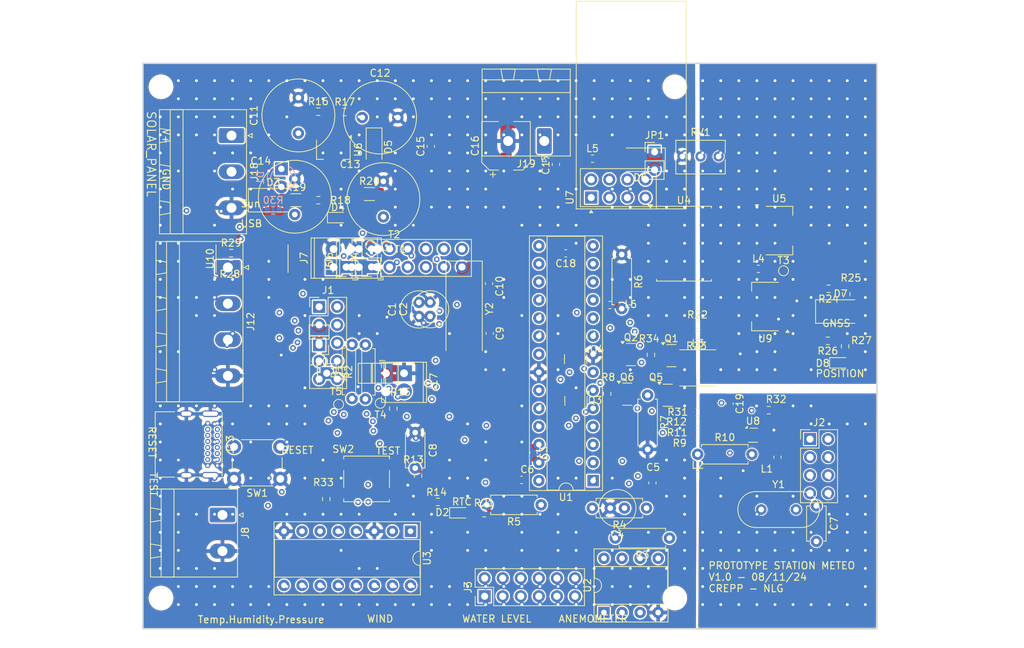
<source format=kicad_pcb>
(kicad_pcb (version 20240108) (generator "pcbnew") (generator_version "8.0")
  (title_block (title "PCB Weather station") (date "2024-11-10") (rev "1.0") (company "CREPP") (comment 1 "By NLG"))
  (layers (0 "F.Cu" signal) (31 "B.Cu" signal) (34 "B.Paste" user) (35 "F.Paste" user) (36 "B.SilkS" user "B.Silkscreen") (37 "F.SilkS" user "F.Silkscreen") (38 "B.Mask" user) (39 "F.Mask" user) (44 "Edge.Cuts" user))
  (net 0 "")
  (net 1 "/MCU/+VCC")
  (net 2 "Net-(U3A-Cext)")
  (net 3 "Net-(U3A-RCext)")
  (net 4 "/MCU/XTAL1{slash}PB6")
  (net 5 "/MCU/XTAL2{slash}PB7")
  (net 6 "/NRF24/+3.3V")
  (net 7 "Net-(D2-K)")
  (net 8 "/MCU/PB0")
  (net 9 "/MCU/PB2-D10~")
  (net 10 "/MCU/MOSI")
  (net 11 "/MCU/MISO")
  (net 12 "/MCU/CLK")
  (net 13 "/MCU/PC0-A0")
  (net 14 "/MCU/PC1-A1")
  (net 15 "Net-(D5-K)")
  (net 16 "/MCU/PC3-A3")
  (net 17 "/MCU/SDA")
  (net 18 "/MCU/SCL")
  (net 19 "/MCU/TX")
  (net 20 "/MCU/RX")
  (net 21 "/MCU/PD3-D3-(INT1)~")
  (net 22 "Net-(D1-K)")
  (net 23 "/MCU/PD7-D7")
  (net 24 "/+5V_USB")
  (net 25 "Net-(U3A-Q)")
  (net 26 "Net-(U2B--)")
  (net 27 "/WIND/Vcc")
  (net 28 "Net-(D3-K)")
  (net 37 "Net-(D6-K)")
  (net 38 "Net-(U10-~{DTR})")
  (net 39 "Net-(Q3-G)")
  (net 40 "/Enable_GNSS")
  (net 41 "/Programming/+3.3V")
  (net 42 "Net-(D1-A)")
  (net 43 "Net-(D4-A)")
  (net 44 "Net-(D8-K)")
  (net 45 "Net-(J1-Pin_1)")
  (net 46 "Net-(J1-Pin_5)")
  (net 47 "Net-(J1-Pin_7)")
  (net 48 "/Power/+3.3V")
  (net 49 "Net-(J1-Pin_9)")
  (net 50 "Net-(J1-Pin_3)")
  (net 51 "GND_GNSS")
  (net 52 "Net-(Q1-G)")
  (net 53 "Net-(D7-A)")
  (net 54 "/MCU/PB1-D9~")
  (net 55 "Net-(J14-A)")
  (net 56 "Net-(J15-A)")
  (net 57 "Net-(J16-A)")
  (net 58 "/MCU/PB0-D8")
  (net 59 "Net-(D6-A)")
  (net 60 "Net-(J2-Pin_3)")
  (net 61 "Net-(J2-Pin_5)")
  (net 62 "Net-(U2B-+)")
  (net 63 "Net-(J2-Pin_7)")
  (net 64 "/Programming/D+")
  (net 65 "/Programming/D-")
  (net 66 "GND")
  (net 67 "/+3.3V_MCU")
  (net 68 "Net-(J3-Pin_4)")
  (net 69 "Net-(J3-Pin_2)")
  (net 70 "Net-(J3-Pin_6)")
  (net 71 "/Power/+3.3V_Sensors")
  (net 72 "/Enable_Sensors")
  (net 73 "Net-(Q5-G)")
  (net 74 "GND_RF")
  (net 75 "/Enable_RF")
  (net 76 "/RESET")
  (net 77 "/Power/+3.3V_RF")
  (net 78 "/Interfaces/+3.3V")
  (net 79 "/Interfaces/Water_Level")
  (net 80 "/Interfaces/Direction")
  (net 81 "Net-(J3-Pin_10)")
  (net 82 "Net-(J3-Pin_12)")
  (net 83 "Net-(J3-Pin_8)")
  (net 84 "Net-(J4-Pin_8)")
  (net 85 "Net-(J4-Pin_4)")
  (net 86 "Net-(J4-Pin_6)")
  (net 87 "Net-(J4-Pin_10)")
  (net 88 "Net-(J4-Pin_2)")
  (net 89 "Net-(J4-Pin_12)")
  (net 90 "Net-(J5-Pin_1)")
  (net 92 "Net-(J13-D+-PadA6)")
  (net 96 "Net-(J13-D--PadA7)")
  (net 97 "/WIND/Wind_interrupt")
  (net 98 "/Power_GNSS/V_{OUT}")
  (net 99 "Net-(U2A-+)")
  (net 100 "Net-(U4-~{INT}{slash}SQW)")
  (net 101 "Net-(R8-Pad2)")
  (net 102 "Net-(U5-ADJ)")
  (net 103 "Net-(R17-Pad1)")
  (net 104 "Net-(U7-MOSI)")
  (net 105 "Net-(U7-MISO)")
  (net 106 "Net-(U7-SCK)")
  (net 107 "Net-(U7-~{CSN})")
  (net 108 "Net-(U7-CE)")
  (net 109 "Net-(R26-Pad2)")
  (net 110 "Net-(R27-Pad2)")
  (net 111 "Net-(U2A--)")
  (net 117 "Net-(U10-XI)")
  (net 123 "Net-(U10-XO)")
  (net 124 "unconnected-(U10-~{RTS}-Pad14)")
  (footprint "TerminalBlock_Phoenix:TerminalBlock_Phoenix_MPT-0,5-2-2.54_1x02_P2.54mm_Horizontal" (layer "F.Cu") (at 73.5206 90.122 90)
    (property "Reference" "J5" (at 1.27 -4.16 90) (layer "F.SilkS"))
    (property "Value" "Wind")
    (pad "" np_thru_hole circle (at 0 2.54 90) (size 1.1 1.1) (drill 1.1) (layers "*.Cu" "*.Mask"))
    (pad "" np_thru_hole circle (at 2.54 2.54 90) (size 1.1 1.1) (drill 1.1) (layers "*.Cu" "*.Mask"))
    (pad "1" thru_hole rect (at 0 0 90) (size 2.2 2.2) (drill 1.1) (layers "*.Cu" "*.Mask") (net 90 "Net-(J5-Pin_1)"))
    (pad "2" thru_hole circle (at 2.54 0 90) (size 2.2 2.2) (drill 1.1) (layers "*.Cu" "*.Mask") (net 66 "GND"))
  )
  (footprint "Resistor_THT:R_Axial_DIN0207_L6.3mm_D2.5mm_P7.62mm_Horizontal" (layer "F.Cu") (at 99.123 123.5456 180)
    (property "Reference" "R5" (at 3.81 -2.37 180) (layer "F.SilkS"))
    (property "Value" "10k")
    (pad "1" thru_hole circle (at 0 0 180) (size 1.6 1.6) (drill 0.8) (layers "*.Cu" "*.Mask") (net 99 "Net-(U2A-+)"))
    (pad "2" thru_hole oval (at 7.62 0 180) (size 1.6 1.6) (drill 0.8) (layers "*.Cu" "*.Mask") (net 97 "/WIND/Wind_interrupt"))
  )
  (footprint "Package_TO_SOT_SMD:SOT-23" (layer "F.Cu") (at 116.9073 108.138)
    (property "Reference" "Q5" (at -1.6421 -2.5248 0) (layer "F.SilkS"))
    (property "Value" "CJ3401" (hide yes))
    (pad "1" smd roundrect (at -0.9375 -0.95) (size 1.475 0.6) (layers "F.Cu" "F.Paste" "F.Mask") (net 73 "Net-(Q5-G)"))
    (pad "2" smd roundrect (at -0.9375 0.95) (size 1.475 0.6) (layers "F.Cu" "F.Paste" "F.Mask") (net 71 "/Power/+3.3V_Sensors"))
    (pad "3" smd roundrect (at 0.9375 0) (size 1.475 0.6) (layers "F.Cu" "F.Paste" "F.Mask") (net 78 "/Interfaces/+3.3V"))
  )
  (footprint "Capacitor_SMD:C_0603_1608Metric" (layer "F.Cu") (at 98.044 116.2174 -90)
    (property "Reference" "C3" (at 0 -1.43 90) (layer "F.SilkS"))
    (property "Value" "100nF" (hide yes))
    (pad "1" smd roundrect (at -0.775 0 270) (size 0.9 0.95) (layers "F.Cu" "F.Paste" "F.Mask") (net 3 "Net-(U3A-RCext)"))
    (pad "2" smd roundrect (at 0.775 0 270) (size 0.9 0.95) (layers "F.Cu" "F.Paste" "F.Mask") (net 2 "Net-(U3A-Cext)"))
  )
  (footprint "Diode_SMD:D_SMA" (layer "F.Cu") (at 113.0618 75.024 180)
    (property "Reference" "D6" (at 0 -2.5 180) (layer "F.SilkS"))
    (property "Value" "SS24")
    (pad "1" smd roundrect (at -2 0 180) (size 2.5 1.8) (layers "F.Cu" "F.Paste" "F.Mask") (roundrect_rratio 0.1388888889) (net 37 "Net-(D6-K)"))
    (pad "2" smd roundrect (at 2 0 180) (size 2.5 1.8) (layers "F.Cu" "F.Paste" "F.Mask") (roundrect_rratio 0.1388888889) (net 59 "Net-(D6-A)"))
  )
  (footprint "Connector_PinHeader_2.54mm:PinHeader_2x06_P2.54mm_Vertical" (layer "F.Cu") (at 91.186 136.398 90)
    (property "Reference" "J3" (at 1.27 -2.33 90) (layer "F.SilkS"))
    (property "Value" "Conn_02x06_Odd_Even")
    (pad "1" thru_hole rect (at 0 0 90) (size 1.7 1.7) (drill 1) (layers "*.Cu" "*.Mask") (net 13 "/MCU/PC0-A0"))
    (pad "2" thru_hole oval (at 2.54 0 90) (size 1.7 1.7) (drill 1) (layers "*.Cu" "*.Mask") (net 69 "Net-(J3-Pin_2)"))
    (pad "3" thru_hole oval (at 0 2.54 90) (size 1.7 1.7) (drill 1) (layers "*.Cu" "*.Mask") (net 14 "/MCU/PC1-A1"))
    (pad "4" thru_hole oval (at 2.54 2.54 90) (size 1.7 1.7) (drill 1) (layers "*.Cu" "*.Mask") (net 68 "Net-(J3-Pin_4)"))
    (pad "5" thru_hole oval (at 0 5.08 90) (size 1.7 1.7) (drill 1) (layers "*.Cu" "*.Mask") (net 80 "/Interfaces/Direction"))
    (pad "6" thru_hole oval (at 2.54 5.08 90) (size 1.7 1.7) (drill 1) (layers "*.Cu" "*.Mask") (net 70 "Net-(J3-Pin_6)"))
    (pad "7" thru_hole oval (at 0 7.62 90) (size 1.7 1.7) (drill 1) (layers "*.Cu" "*.Mask") (net 16 "/MCU/PC3-A3"))
    (pad "8" thru_hole oval (at 2.54 7.62 90) (size 1.7 1.7) (drill 1) (layers "*.Cu" "*.Mask") (net 83 "Net-(J3-Pin_8)"))
    (pad "9" thru_hole oval (at 0 10.16 90) (size 1.7 1.7) (drill 1) (layers "*.Cu" "*.Mask") (net 17 "/MCU/SDA"))
    (pad "10" thru_hole oval (at 2.54 10.16 90) (size 1.7 1.7) (drill 1) (layers "*.Cu" "*.Mask") (net 81 "Net-(J3-Pin_10)"))
    (pad "11" thru_hole oval (at 0 12.7 90) (size 1.7 1.7) (drill 1) (layers "*.Cu" "*.Mask") (net 18 "/MCU/SCL"))
    (pad "12" thru_hole oval (at 2.54 12.7 90) (size 1.7 1.7) (drill 1) (layers "*.Cu" "*.Mask") (net 82 "Net-(J3-Pin_12)"))
  )
  (footprint "Resistor_SMD:R_0603_1608Metric" (layer "F.Cu") (at 68.9356 122.7206 90)
    (property "Reference" "R33" (at 2.3322 -0.3934 0) (layer "F.SilkS"))
    (property "Value" "10k" (hide yes))
    (pad "1" smd roundrect (at -0.825 0 90) (size 0.8 0.95) (layers "F.Cu" "F.Paste" "F.Mask") (net 73 "Net-(Q5-G)"))
    (pad "2" smd roundrect (at 0.825 0 90) (size 0.8 0.95) (layers "F.Cu" "F.Paste" "F.Mask") (net 71 "/Power/+3.3V_Sensors"))
  )
  (footprint "Connector_PinHeader_2.54mm:PinHeader_2x04_P2.54mm_Vertical" (layer "F.Cu") (at 136.906 114.3)
    (property "Reference" "J2" (at 1.27 -2.33 0) (layer "F.SilkS"))
    (property "Value" "Conn_02x04_Odd_Even")
    (pad "1" thru_hole rect (at 0 0) (size 1.7 1.7) (drill 1) (layers "*.Cu" "*.Mask") (net 8 "/MCU/PB0"))
    (pad "2" thru_hole oval (at 2.54 0) (size 1.7 1.7) (drill 1) (layers "*.Cu" "*.Mask") (net 58 "/MCU/PB0-D8"))
    (pad "3" thru_hole oval (at 0 2.54) (size 1.7 1.7) (drill 1) (layers "*.Cu" "*.Mask") (net 60 "Net-(J2-Pin_3)"))
    (pad "4" thru_hole oval (at 2.54 2.54) (size 1.7 1.7) (drill 1) (layers "*.Cu" "*.Mask") (net 23 "/MCU/PD7-D7"))
    (pad "5" thru_hole oval (at 0 5.08) (size 1.7 1.7) (drill 1) (layers "*.Cu" "*.Mask") (net 61 "Net-(J2-Pin_5)"))
    (pad "6" thru_hole oval (at 2.54 5.08) (size 1.7 1.7) (drill 1) (layers "*.Cu" "*.Mask") (net 72 "/Enable_Sensors"))
    (pad "7" thru_hole oval (at 0 7.62) (size 1.7 1.7) (drill 1) (layers "*.Cu" "*.Mask") (net 63 "Net-(J2-Pin_7)"))
    (pad "8" thru_hole oval (at 2.54 7.62) (size 1.7 1.7) (drill 1) (layers "*.Cu" "*.Mask") (net 40 "/Enable_GNSS"))
  )
  (footprint "Connector_PinHeader_2.54mm:PinHeader_2x06_P2.54mm_Vertical" (layer "F.Cu") (at 75.2986 90.1012 90)
    (property "Reference" "J4" (at 1.27 -2.33 90) (layer "F.SilkS"))
    (property "Value" "Conn_02x06_Odd_Even")
    (pad "1" thru_hole rect (at 0 0 90) (size 1.7 1.7) (drill 1) (layers "*.Cu" "*.Mask") (net 76 "/RESET"))
    (pad "2" thru_hole oval (at 2.54 0 90) (size 1.7 1.7) (drill 1) (layers "*.Cu" "*.Mask") (net 88 "Net-(J4-Pin_2)"))
    (pad "3" thru_hole oval (at 0 2.54 90) (size 1.7 1.7) (drill 1) (layers "*.Cu" "*.Mask") (net 20 "/MCU/RX"))
    (pad "4" thru_hole oval (at 2.54 2.54 90) (size 1.7 1.7) (drill 1) (layers "*.Cu" "*.Mask") (net 85 "Net-(J4-Pin_4)"))
    (pad "5" thru_hole oval (at 0 5.08 90) (size 1.7 1.7) (drill 1) (layers "*.Cu" "*.Mask") (net 19 "/MCU/TX"))
    (pad "6" thru_hole oval (at 2.54 5.08 90) (size 1.7 1.7) (drill 1) (layers "*.Cu" "*.Mask") (net 86 "Net-(J4-Pin_6)"))
    (pad "7" thru_hole oval (at 0 7.62 90) (size 1.7 1.7) (drill 1) (layers "*.Cu" "*.Mask") (net 79 "/Interfaces/Water_Level"))
    (pad "8" thru_hole oval (at 2.54 7.62 90) (size 1.7 1.7) (drill 1) (layers "*.Cu" "*.Mask") (net 84 "Net-(J4-Pin_8)"))
    (pad "9" thru_hole oval (at 0 10.16 90) (size 1.7 1.7) (drill 1) (layers "*.Cu" "*.Mask") (net 21 "/MCU/PD3-D3-(INT1)~"))
    (pad "10" thru_hole oval (at 2.54 10.16 90) (size 1.7 1.7) (drill 1) (layers "*.Cu" "*.Mask") (net 87 "Net-(J4-Pin_10)"))
    (pad "11" thru_hole oval (at 0 12.7 90) (size 1.7 1.7) (drill 1) (layers "*.Cu" "*.Mask") (net 75 "/Enable_RF"))
    (pad "12" thru_hole oval (at 2.54 12.7 90) (size 1.7 1.7) (drill 1) (layers "*.Cu" "*.Mask") (net 89 "Net-(J4-Pin_12)"))
  )
  (footprint "Resistor_SMD:R_0603_1608Metric" (layer "F.Cu") (at 121.1325 111.9632)
    (property "Reference" "R12" (at -2.9972 -0.1016 0) (layer "F.SilkS"))
    (property "Value" "100k" (hide yes))
    (pad "1" smd roundrect (at -0.825 0) (size 0.8 0.95) (layers "F.Cu" "F.Paste" "F.Mask") (net 75 "/Enable_RF"))
    (pad "2" smd roundrect (at 0.825 0) (size 0.8 0.95) (layers "F.Cu" "F.Paste" "F.Mask") (net 66 "GND"))
  )
  (footprint "TerminalBlock_Phoenix:TerminalBlock_Phoenix_MPT-0,5-2-2.54_1x02_P2.54mm_Horizontal" (layer "F.Cu") (at 69.9646 90.122 90)
    (property "Reference" "J7" (at 1.27 -4.16 90) (layer "F.SilkS"))
    (property "Value" "USR_BTN")
    (pad "" np_thru_hole circle (at 0 2.54 90) (size 1.1 1.1) (drill 1.1) (layers "*.Cu" "*.Mask"))
    (pad "" np_thru_hole circle (at 2.54 2.54 90) (size 1.1 1.1) (drill 1.1) (layers "*.Cu" "*.Mask"))
    (pad "1" thru_hole rect (at 0 0 90) (size 2.2 2.2) (drill 1.1) (layers "*.Cu" "*.Mask") (net 76 "/RESET"))
    (pad "2" thru_hole circle (at 2.54 0 90) (size 2.2 2.2) (drill 1.1) (layers "*.Cu" "*.Mask") (net 66 "GND"))
  )
  (footprint "Connector_Phoenix_MSTB:PhoenixContact_MSTBA_2,5_2-G-5,08_1x02_P5.08mm_Horizontal" (layer "F.Cu") (at 54.356 124.968 -90)
    (property "Reference" "J8" (at 2.54 -3.2 90) (layer "F.SilkS"))
    (property "Value" "Panel")
    (pad "1" thru_hole roundrect (at 0 0 270) (size 2.08 3.6) (drill 1.4) (layers "*.Cu" "*.Mask") (roundrect_rratio 0.120192) (net 28 "Net-(D3-K)"))
    (pad "2" thru_hole oval (at 5.08 0 270) (size 2.08 3.6) (drill 1.4) (layers "*.Cu" "*.Mask") (net 66 "GND"))
  )
  (footprint "Resistor_SMD:R_0603_1608Metric" (layer "F.Cu") (at 91.123 124.714)
    (property "Reference" "R21" (at 0 -1.43 0) (layer "F.SilkS"))
    (property "Value" "0" (hide yes))
    (pad "1" smd roundrect (at -0.825 0) (size 0.8 0.95) (layers "F.Cu" "F.Paste" "F.Mask") (net 11 "/MCU/MISO"))
    (pad "2" smd roundrect (at 0.825 0) (size 0.8 0.95) (layers "F.Cu" "F.Paste" "F.Mask") (net 104 "Net-(U7-MOSI)"))
  )
  (footprint "Capacitor_SMD:C_0603_1608Metric" (layer "F.Cu") (at 125.6 109.325 -90)
    (property "Reference" "C19" (at 0 -1.43 90) (layer "F.SilkS"))
    (property "Value" "100nF")
    (pad "1" smd roundrect (at -0.775 0 270) (size 0.9 0.95) (layers "F.Cu" "F.Paste" "F.Mask") (net 38 "Net-(U10-~{DTR})"))
    (pad "2" smd roundrect (at 0.775 0 270) (size 0.9 0.95) (layers "F.Cu" "F.Paste" "F.Mask") (net 76 "/RESET"))
  )
  (footprint "Package_TO_SOT_SMD:SOT-23" (layer "F.Cu") (at 117.4267 102.5652)
    (property "Reference" "Q1" (at 0 -2.4 0) (layer "F.SilkS"))
    (property "Value" "CJ3401" (hide yes))
    (pad "1" smd roundrect (at -0.9375 -0.95) (size 1.475 0.6) (layers "F.Cu" "F.Paste" "F.Mask") (net 52 "Net-(Q1-G)"))
    (pad "2" smd roundrect (at -0.9375 0.95) (size 1.475 0.6) (layers "F.Cu" "F.Paste" "F.Mask") (net 77 "/Power/+3.3V_RF"))
    (pad "3" smd roundrect (at 0.9375 0) (size 1.475 0.6) (layers "F.Cu" "F.Paste" "F.Mask") (net 6 "/NRF24/+3.3V"))
  )
  (footprint "Package_SO:SOIC-16_3.9x9.9mm_P1.27mm" (layer "F.Cu") (at 58.5125 88.93009 90)
    (property "Reference" "U10" (at 0 -5.9 90) (layer "F.SilkS"))
    (property "Value" "CH340G")
    (pad "1" smd roundrect (at -2.475 -4.445 90) (size 1.95 0.6) (layers "F.Cu" "F.Paste" "F.Mask") (net 66 "GND"))
    (pad "2" smd roundrect (at -2.475 -3.175 90) (size 1.95 0.6) (layers "F.Cu" "F.Paste" "F.Mask") (net 56 "Net-(J15-A)"))
    (pad "3" smd roundrect (at -2.475 -1.905 90) (size 1.95 0.6) (layers "F.Cu" "F.Paste" "F.Mask") (net 57 "Net-(J16-A)"))
    (pad "4" smd roundrect (at -2.475 -0.635 90) (size 1.95 0.6) (layers "F.Cu" "F.Paste" "F.Mask") (net 55 "Net-(J14-A)"))
    (pad "5" smd roundrect (at -2.475 0.635 90) (size 1.95 0.6) (layers "F.Cu" "F.Paste" "F.Mask") (net 64 "/Programming/D+"))
    (pad "6" smd roundrect (at -2.475 1.905 90) (size 1.95 0.6) (layers "F.Cu" "F.Paste" "F.Mask") (net 65 "/Programming/D-"))
    (pad "7" smd roundrect (at -2.475 3.175 90) (size 1.95 0.6) (layers "F.Cu" "F.Paste" "F.Mask") (net 117 "Net-(U10-XI)"))
    (pad "8" smd roundrect (at -2.475 4.445 90) (size 1.95 0.6) (layers "F.Cu" "F.Paste" "F.Mask") (net 123 "Net-(U10-XO)"))
    (pad "9" smd roundrect (at 2.475 4.445 90) (size 1.95 0.6) (layers "F.Cu" "F.Paste" "F.Mask"))
    (pad "10" smd roundrect (at 2.475 3.175 90) (size 1.95 0.6) (layers "F.Cu" "F.Paste" "F.Mask"))
    (pad "11" smd roundrect (at 2.475 1.905 90) (size 1.95 0.6) (layers "F.Cu" "F.Paste" "F.Mask"))
    (pad "12" smd roundrect (at 2.475 0.635 90) (size 1.95 0.6) (layers "F.Cu" "F.Paste" "F.Mask"))
    (pad "13" smd roundrect (at 2.475 -0.635 90) (size 1.95 0.6) (layers "F.Cu" "F.Paste" "F.Mask") (net 38 "Net-(U10-~{DTR})"))
    (pad "14" smd roundrect (at 2.475 -1.905 90) (size 1.95 0.6) (layers "F.Cu" "F.Paste" "F.Mask") (net 124 "unconnected-(U10-~{RTS}-Pad14)"))
    (pad "15" smd roundrect (at 2.475 -3.175 90) (size 1.95 0.6) (layers "F.Cu" "F.Paste" "F.Mask"))
    (pad "16" smd roundrect (at 2.475 -4.445 90) (size 1.95 0.6) (layers "F.Cu" "F.Paste" "F.Mask") (net 41 "/Programming/+3.3V"))
  )
  (footprint "TestPoint:TestPoint_Pad_D1.0mm" (layer "F.Cu") (at 133.182 90.634)
    (property "Reference" "T3" (at 0 -1.448 0) (layer "F.SilkS"))
    (property "Value" "TP")
    (pad "1" smd circle (at 0 0) (size 1 1) (layers "F.Cu" "F.Mask") (net 15 "Net-(D5-K)"))
  )
  (footprint "Capacitor_SMD:C_0603_1608Metric" (layer "F.Cu") (at 102.5858 88.1812 180)
    (property "Reference" "C18" (at 0 -1.43 180) (layer "F.SilkS"))
    (property "Value" "2.2uF")
    (pad "1" smd roundrect (at -0.775 0 180) (size 0.9 0.95) (layers "F.Cu" "F.Paste" "F.Mask") (net 66 "GND"))
    (pad "2" smd roundrect (at 0.775 0 180) (size 0.9 0.95) (layers "F.Cu" "F.Paste" "F.Mask") (net 41 "/Programming/+3.3V"))
  )
  (footprint "Package_TO_SOT_SMD:SOT-23" (layer "F.Cu") (at 104.0156 108.9151 -90)
    (property "Reference" "Q3" (at -0.0651 -2.6844 180) (layer "F.SilkS"))
    (property "Value" "CJ3401" (hide yes))
    (pad "1" smd roundrect (at -0.9375 -0.95 270) (size 1.475 0.6) (layers "F.Cu" "F.Paste" "F.Mask") (net 39 "Net-(Q3-G)"))
    (pad "2" smd roundrect (at -0.9375 0.95 270) (size 1.475 0.6) (layers "F.Cu" "F.Paste" "F.Mask") (net 77 "/Power/+3.3V_RF"))
    (pad "3" smd roundrect (at 0.9375 0 270) (size 1.475 0.6) (layers "F.Cu" "F.Paste" "F.Mask") (net 98 "/Power_GNSS/V_{OUT}"))
  )
  (footprint "Resistor_SMD:R_0603_1608Metric" (layer "F.Cu") (at 55.5752 88.15449)
    (property "Reference" "R29" (at 0 -1.43 0) (layer "F.SilkS"))
    (property "Value" "10k")
    (pad "1" smd roundrect (at -0.825 0) (size 0.8 0.95) (layers "F.Cu" "F.Paste" "F.Mask") (net 67 "/+3.3V_MCU"))
    (pad "2" smd roundrect (at 0.825 0) (size 0.8 0.95) (layers "F.Cu" "F.Paste" "F.Mask") (net 21 "/MCU/PD3-D3-(INT1)~"))
  )
  (footprint "Potentiometer_THT:Potentiometer_Bourns_3266Y_Vertical" (layer "F.Cu") (at 124.062 74.564)
    (property "Reference" "RV1" (at -2.54 -3.41 0) (layer "F.SilkS"))
    (property "Value" "R_Potentiometer")
    (pad "1" thru_hole circle (at 0 0) (size 1.44 1.44) (drill 0.8) (layers "*.Cu" "*.Mask") (net 27 "/WIND/Vcc"))
    (pad "2" thru_hole circle (at -2.54 0) (size 1.44 1.44) (drill 0.8) (layers "*.Cu" "*.Mask") (net 111 "Net-(U2A--)"))
    (pad "3" thru_hole circle (at -5.08 0) (size 1.44 1.44) (drill 0.8) (layers "*.Cu" "*.Mask") (net 66 "GND"))
  )
  (footprint "LED_SMD:LED_0603_1608Metric" (layer "F.Cu") (at 141.1477 103.5812)
    (property "Reference" "D8" (at -2.4637 0.0508 0) (layer "F.SilkS"))
    (property "Value" "LED_USB" (hide yes))
    (pad "1" smd roundrect (at -0.7875 0) (size 0.875 0.95) (layers "F.Cu" "F.Paste" "F.Mask") (net 44 "Net-(D8-K)"))
    (pad "2" smd roundrect (at 0.7875 0) (size 0.875 0.95) (layers "F.Cu" "F.Paste" "F.Mask") (net 41 "/Programming/+3.3V"))
  )
  (footprint "Button_Switch_THT:SW_PUSH_6mm_H8mm" (layer "F.Cu") (at 62.484 119.888 180)
    (property "Reference" "SW1" (at 3.25 -2 180) (layer "F.SilkS"))
    (property "Value" "SW_B")
    (pad "1" thru_hole circle (at 0 0 270) (size 2 2) (drill 1.1) (layers "*.Cu" "*.Mask") (net 66 "GND"))
    (pad "1" thru_hole circle (at 6.5 0 270) (size 2 2) (drill 1.1) (layers "*.Cu" "*.Mask") (net 66 "GND"))
    (pad "2" thru_hole circle (at 0 4.5 270) (size 2 2) (drill 1.1) (layers "*.Cu" "*.Mask") (net 76 "/RESET"))
    (pad "2" thru_hole circle (at 6.5 4.5 270) (size 2 2) (drill 1.1) (layers "*.Cu" "*.Mask") (net 76 "/RESET"))
  )
  (footprint "Inductor_SMD:L_0603_1608Metric" (layer "F.Cu") (at 106.3374 74.8716)
    (property "Reference" "L5" (at 0 -1.43 0) (layer "F.SilkS"))
    (property "Value" "MPZ1608S101ATAH0")
    (pad "1" smd roundrect (at -0.7875 0) (size 0.875 0.95) (layers "F.Cu" "F.Paste" "F.Mask") (net 77 "/Power/+3.3V_RF"))
    (pad "2" smd roundrect (at 0.7875 0) (size 0.875 0.95) (layers "F.Cu" "F.Paste" "F.Mask") (net 1 "/MCU/+VCC"))
  )
  (footprint "Capacitor_THT:C_Radial_D5.0mm_H11.0mm_P2.00mm" (layer "F.Cu") (at 110.8326 124.0028 180)
    (property "Reference" "C4" (at 1 -3.75 180) (layer "F.SilkS"))
    (property "Value" "100nF")
    (pad "1" thru_hole circle (at 0 0 180) (size 1.6 1.6) (drill 0.8) (layers "*.Cu" "*.Mask") (net 27 "/WIND/Vcc"))
    (pad "2" thru_hole circle (at 2 0 180) (size 1.6 1.6) (drill 0.8) (layers "*.Cu" "*.Mask") (net 66 "GND"))
  )
  (footprint "Capacitor_SMD:C_0603_1608Metric" (layer "F.Cu") (at 101.2066 75.6844 90)
    (property "Reference" "C17" (at 0 -1.43 -90) (layer "F.SilkS"))
    (property "Value" "2.2uF")
    (pad "1" smd roundrect (at -0.775 0 90) (size 0.9 0.95) (layers "F.Cu" "F.Paste" "F.Mask") (net 66 "GND"))
    (pad "2" smd roundrect (at 0.775 0 90) (size 0.9 0.95) (layers "F.Cu" "F.Paste" "F.Mask") (net 24 "/+5V_USB"))
  )
  (footprint "Resistor_SMD:R_0603_1608Metric" (layer "F.Cu") (at 108.396 107.9226 -90)
    (property "Reference" "R8" (at -2.3246 -0.1524 180) (layer "F.SilkS"))
    (property "Value" "0" (hide yes))
    (pad "1" smd roundrect (at -0.825 0 270) (size 0.8 0.95) (layers "F.Cu" "F.Paste" "F.Mask") (net 100 "Net-(U4-~{INT}{slash}SQW)"))
    (pad "2" smd roundrect (at 0.825 0 270) (size 0.8 0.95) (layers "F.Cu" "F.Paste" "F.Mask") (net 101 "Net-(R8-Pad2)"))
  )
  (footprint "Package_DIP:DIP-28_W7.62mm_Socket" (layer "F.Cu") (at 106.426 120.142 180)
    (property "Reference" "U1" (at 3.81 -2.33 180) (layer "F.SilkS"))
    (property "Value" "ATmega328P-P")
    (pad "1" thru_hole rect (at 0 0 180) (size 1.6 1.6) (drill 0.8) (layers "*.Cu" "*.Mask") (net 88 "Net-(J4-Pin_2)"))
    (pad "2" thru_hole oval (at 0 2.54 180) (size 1.6 1.6) (drill 0.8) (layers "*.Cu" "*.Mask") (net 85 "Net-(J4-Pin_4)"))
    (pad "3" thru_hole oval (at 0 5.08 180) (size 1.6 1.6) (drill 0.8) (layers "*.Cu" "*.Mask") (net 86 "Net-(J4-Pin_6)"))
    (pad "4" thru_hole oval (at 0 7.62 180) (size 1.6 1.6) (drill 0.8) (layers "*.Cu" "*.Mask") (net 84 "Net-(J4-Pin_8)"))
    (pad "5" thru_hole oval (at 0 10.16 180) (size 1.6 1.6) (drill 0.8) (layers "*.Cu" "*.Mask") (net 87 "Net-(J4-Pin_10)"))
    (pad "6" thru_hole oval (at 0 12.7 180) (size 1.6 1.6) (drill 0.8) (layers "*.Cu" "*.Mask") (net 89 "Net-(J4-Pin_12)"))
    (pad "7" thru_hole oval (at 0 15.24 180) (size 1.6 1.6) (drill 0.8) (layers "*.Cu" "*.Mask") (net 1 "/MCU/+VCC"))
    (pad "8" thru_hole oval (at 0 17.78 180) (size 1.6 1.6) (drill 0.8) (layers "*.Cu" "*.Mask") (net 66 "GND"))
    (pad "9" thru_hole oval (at 0 20.32 180) (size 1.6 1.6) (drill 0.8) (layers "*.Cu" "*.Mask") (net 4 "/MCU/XTAL1{slash}PB6"))
    (pad "10" thru_hole oval (at 0 22.86 180) (size 1.6 1.6) (drill 0.8) (layers "*.Cu" "*.Mask") (net 5 "/MCU/XTAL2{slash}PB7"))
    (pad "11" thru_hole oval (at 0 25.4 180) (size 1.6 1.6) (drill 0.8) (layers "*.Cu" "*.Mask") (net 63 "Net-(J2-Pin_7)"))
    (pad "12" thru_hole oval (at 0 27.94 180) (size 1.6 1.6) (drill 0.8) (layers "*.Cu" "*.Mask") (net 61 "Net-(J2-Pin_5)"))
    (pad "13" thru_hole oval (at 0 30.48 180) (size 1.6 1.6) (drill 0.8) (layers "*.Cu" "*.Mask") (net 60 "Net-(J2-Pin_3)"))
    (pad "14" thru_hole oval (at 0 33.02 180) (size 1.6 1.6) (drill 0.8) (layers "*.Cu" "*.Mask") (net 8 "/MCU/PB0"))
    (pad "15" thru_hole oval (at 7.62 33.02 180) (size 1.6 1.6) (drill 0.8) (layers "*.Cu" "*.Mask") (net 49 "Net-(J1-Pin_9)"))
    (pad "16" thru_hole oval (at 7.62 30.48 180) (size 1.6 1.6) (drill 0.8) (layers "*.Cu" "*.Mask") (net 47 "Net-(J1-Pin_7)"))
    (pad "17" thru_hole oval (at 7.62 27.94 180) (size 1.6 1.6) (drill 0.8) (layers "*.Cu" "*.Mask") (net 46 "Net-(J1-Pin_5)"))
    (pad "18" thru_hole oval (at 7.62 25.4 180) (size 1.6 1.6) (drill 0.8) (layers "*.Cu" "*.Mask") (net 50 "Net-(J1-Pin_3)"))
    (pad "19" thru_hole oval (at 7.62 22.86 180) (size 1.6 1.6) (drill 0.8) (layers "*.Cu" "*.Mask") (net 45 "Net-(J1-Pin_1)"))
    (pad "20" thru_hole oval (at 7.62 20.32 180) (size 1.6 1.6) (drill 0.8) (layers "*.Cu" "*.Mask") (net 1 "/MCU/+VCC"))
    (pad "21" thru_hole oval (at 7.62 17.78 180) (size 1.6 1.6) (drill 0.8) (layers "*.Cu" "*.Mask"))
    (pad "22" thru_hole oval (at 7.62 15.24 180) (size 1.6 1.6) (drill 0.8) (layers "*.Cu" "*.Mask") (net 66 "GND"))
    (pad "23" thru_hole oval (at 7.62 12.7 180) (size 1.6 1.6) (drill 0.8) (layers "*.Cu" "*.Mask") (net 69 "Net-(J3-Pin_2)"))
    (pad "24" thru_hole oval (at 7.62 10.16 180) (size 1.6 1.6) (drill 0.8) (layers "*.Cu" "*.Mask") (net 68 "Net-(J3-Pin_4)"))
    (pad "25" thru_hole oval (at 7.62 7.62 180) (size 1.6 1.6) (drill 0.8) (layers "*.Cu" "*.Mask") (net 70 "Net-(J3-Pin_6)"))
    (pad "26" thru_hole oval (at 7.62 5.08 180) (size 1.6 1.6) (drill 0.8) (layers "*.Cu" "*.Mask") (net 83 "Net-(J3-Pin_8)"))
    (pad "27" thru_hole oval (at 7.62 2.54 180) (size 1.6 1.6) (drill 0.8) (layers "*.Cu" "*.Mask") (net 81 "Net-(J3-Pin_10)"))
    (pad "28" thru_hole oval (at 7.62 0 180) (size 1.6 1.6) (drill 0.8) (layers "*.Cu" "*.Mask") (net 82 "Net-(J3-Pin_12)"))
  )
  (footprint "Resistor_THT:R_Axial_DIN0207_L6.3mm_D2.5mm_P7.62mm_Horizontal" (layer "F.Cu") (at 121.1203 116.4336)
    (property "Reference" "R10" (at 3.81 -2.37 0) (layer "F.SilkS"))
    (property "Value" "10k")
    (pad "1" thru_hole circle (at 0 0) (size 1.6 1.6) (drill 0.8) (layers "*.Cu" "*.Mask") (net 67 "/+3.3V_MCU"))
    (pad "2" thru_hole oval (at 7.62 0) (size 1.6 1.6) (drill 0.8) (layers "*.Cu" "*.Mask") (net 76 "/RESET"))
  )
  (footprint "Jumper:SolderJumper-2_P1.3mm_Bridged_Pad1.0x1.5mm" (layer "F.Cu") (at 78.0418 105.0364 -90)
    (property "Reference" "J16" (hide yes))
    (property "Value" "SolderJumper_2_Bridged" (hide yes))
    (fp_poly (pts (xy -0.25 -0.3) (xy 0.25 -0.3) (xy 0.25 0.3) (xy -0.25 0.3)) (fill solid) (layer "F.Cu"))
    (pad "1" smd rect (at -0.65 0 270) (size 1 1.5) (layers "F.Cu" "F.Mask") (net 57 "Net-(J16-A)"))
    (pad "2" smd rect (at 0.65 0 270) (size 1 1.5) (layers "F.Cu" "F.Mask") (net 19 "/MCU/TX"))
  )
  (footprint "MountingHole:MountingHole_3.2mm_M3" (layer "F.Cu") (at 45.72 64.77)
    (property "Reference" "H2" (hide yes))
    (property "Value" "MountingHole_Pad" (hide yes))
    (pad "" np_thru_hole circle (at 0 0) (size 3.2 3.2) (drill 3.2) (layers "*.Cu" "*.Mask"))
  )
  (footprint "Resistor_SMD:R_0603_1608Metric" (layer "F.Cu") (at 67.8188 68.2676)
    (property "Reference" "R16" (at 0 -1.43 0) (layer "F.SilkS"))
    (property "Value" "270")
    (pad "1" smd roundrect (at -0.825 0) (size 0.8 0.95) (layers "F.Cu" "F.Paste" "F.Mask") (net 102 "Net-(U5-ADJ)"))
    (pad "2" smd roundrect (at 0.825 0) (size 0.8 0.95) (layers "F.Cu" "F.Paste" "F.Mask") (net 15 "Net-(D5-K)"))
  )
  (footprint "Resistor_SMD:R_0603_1608Metric" (layer "F.Cu") (at 141.8336 101.2566 90)
    (property "Reference" "R27" (at 0.825 2.286 180) (layer "F.SilkS"))
    (property "Value" "0" (hide yes))
    (pad "1" smd roundrect (at -0.825 0 90) (size 0.8 0.95) (layers "F.Cu" "F.Paste" "F.Mask") (net 92 "Net-(J13-D+-PadA6)"))
    (pad "2" smd roundrect (at 0.825 0 90) (size 0.8 0.95) (layers "F.Cu" "F.Paste" "F.Mask") (net 110 "Net-(R27-Pad2)"))
  )
  (footprint "TestPoint:TestPoint_Pad_D1.0mm" (layer "F.Cu") (at 70.6758 109.4156 180)
    (property "Reference" "T5" (at 0.3686 1.8212 180) (layer "F.SilkS"))
    (property "Value" "TP" (hide yes))
    (pad "1" smd circle (at 0 0 180) (size 1 1) (layers "F.Cu" "F.Mask") (net 77 "/Power/+3.3V_RF"))
  )
  (footprint "Package_TO_SOT_SMD:SOT-223-3_TabPin2" (layer "F.Cu") (at 130.6124 95.6668 180)
    (property "Reference" "U9" (at 0 -4.5 180) (layer "F.SilkS"))
    (property "Value" "AMS1117-3.3")
    (pad "1" smd roundrect (at -3.15 -2.3 180) (size 2 1.5) (layers "F.Cu" "F.Paste" "F.Mask") (net 66 "GND"))
    (pad "2" smd roundrect (at -3.15 0 180) (size 2 1.5) (layers "F.Cu" "F.Paste" "F.Mask") (net 41 "/Programming/+3.3V"))
    (pad "2" smd roundrect (at 3.15 0 180) (size 2 3.8) (layers "F.Cu" "F.Paste" "F.Mask") (net 41 "/Programming/+3.3V"))
    (pad "3" smd roundrect (at -3.15 2.3 180) (size 2 1.5) (layers "F.Cu" "F.Paste" "F.Mask") (net 24 "/+5V_USB"))
  )
  (footprint "Package_TO_SOT_SMD:SOT-89-3" (layer "F.Cu") (at 69.9278 73.602 -90)
    (property "Reference" "U6" (at 0 -3.5 -90) (layer "F.SilkS"))
    (property "Value" "BL8530")
    (pad "1" smd roundrect (at -1.95 -1.5 270) (size 1.3 0.9) (layers "F.Cu" "F.Paste" "F.Mask") (net 66 "GND"))
    (pad "2" smd custom (at -1.8625 0 270) (size 1.475 0.9) (layers "F.Cu" "F.Paste" "F.Mask") (net 48 "/Power/+3.3V") (options (clearance outline) (anchor rect)) (primitives (gr_poly (pts (xy 3.8625 0.8665) (xy 0.7375 0.8665) (xy 0.7375 -0.8665) (xy 3.8625 -0.8665)) (width 0) (fill yes))))
    (pad "3" smd roundrect (at -1.95 1.5 270) (size 1.3 0.9) (layers "F.Cu" "F.Paste" "F.Mask") (net 53 "Net-(D7-A)"))
  )
  (footprint "Connector_PinHeader_2.54mm:PinHeader_1x01_P2.54mm_Vertical" (layer "F.Cu") (at 68.9994 105.0364 -90)
    (property "Reference" "J11" (at 0 -2.33 -90) (layer "F.SilkS"))
    (property "Value" "Conn_01x01_Pin")
    (pad "1" thru_hole rect (at 0 0 270) (size 1.7 1.7) (drill 1) (layers "*.Cu" "*.Mask") (net 77 "/Power/+3.3V_RF"))
  )
  (footprint "Connector_Phoenix_MSTB:PhoenixContact_MSTBA_2,5_4-G-5,08_1x04_P5.08mm_Horizontal" (layer "F.Cu") (at 55.118 90.17 -90)
    (property "Reference" "J12" (at 7.62 -3.2 -90) (layer "F.SilkS"))
    (property "Value" "Screw_Terminal_01x04")
    (pad "1" thru_hole roundrect (at 0 0 270) (size 2.08 3.6) (drill 1.4) (layers "*.Cu" "*.Mask") (roundrect_rratio 0.120192) (net 78 "/Interfaces/+3.3V"))
    (pad "2" thru_hole oval (at 5.08 0 270) (size 2.08 3.6) (drill 1.4) (layers "*.Cu" "*.Mask") (net 18 "/MCU/SCL"))
    (pad "3" thru_hole oval (at 10.16 0 270) (size 2.08 3.6) (drill 1.4) (layers "*.Cu" "*.Mask") (net 17 "/MCU/SDA"))
    (pad "4" thru_hole oval (at 15.24 0 270) (size 2.08 3.6) (drill 1.4) (layers "*.Cu" "*.Mask") (net 66 "GND"))
  )
  (footprint "Connector_USB:USB_C_Receptacle_GCT_USB4085" (layer "F.Cu") (at 53.636 112.08 -90)
    (property "Reference" "J13" (at 2.975 -1.8 -90) (layer "F.SilkS"))
    (property "Value" "USB_C_Receptacle_USB2.0_16P")
    (pad "A1" thru_hole circle (at 0 0 270) (size 0.7 0.7) (drill 0.4) (layers "*.Cu" "*.Mask") (net 66 "GND"))
    (pad "A4" thru_hole circle (at 0.85 0 270) (size 0.7 0.7) (drill 0.4) (layers "*.Cu" "*.Mask") (net 24 "/+5V_USB"))
    (pad "A5" thru_hole circle (at 1.7 0 270) (size 0.7 0.7) (drill 0.4) (layers "*.Cu" "*.Mask"))
    (pad "A6" thru_hole circle (at 2.55 0 270) (size 0.7 0.7) (drill 0.4) (layers "*.Cu" "*.Mask") (net 92 "Net-(J13-D+-PadA6)"))
    (pad "A7" thru_hole circle (at 3.4 0 270) (size 0.7 0.7) (drill 0.4) (layers "*.Cu" "*.Mask") (net 96 "Net-(J13-D--PadA7)"))
    (pad "A8" thru_hole circle (at 4.25 0 270) (size 0.7 0.7) (drill 0.4) (layers "*.Cu" "*.Mask"))
    (pad "A9" thru_hole circle (at 5.1 0 270) (size 0.7 0.7) (drill 0.4) (layers "*.Cu" "*.Mask") (net 24 "/+5V_USB"))
    (pad "A12" thru_hole circle (at 5.95 0 270) (size 0.7 0.7) (drill 0.4) (layers "*.Cu" "*.Mask") (net 66 "GND"))
    (pad "B1" thru_hole circle (at 5.95 1.35 270) (size 0.7 0.7) (drill 0.4) (layers "*.Cu" "*.Mask") (net 66 "GND"))
    (pad "B4" thru_hole circle (at 5.1 1.35 270) (size 0.7 0.7) (drill 0.4) (layers "*.Cu" "*.Mask") (net 24 "/+5V_USB"))
    (pad "B5" thru_hole circle (at 4.25 1.35 270) (size 0.7 0.7) (drill 0.4) (layers "*.Cu" "*.Mask"))
    (pad "B6" thru_hole circle (at 3.4 1.35 270) (size 0.7 0.7) (drill 0.4) (layers "*.Cu" "*.Mask") (net 92 "Net-(J13-D+-PadA6)"))
    (pad "B7" thru_hole circle (at 2.55 1.35 270) (size 0.7 0.7) (drill 0.4) (layers "*.Cu" "*.Mask") (net 96 "Net-(J13-D--PadA7)"))
    (pad "B8" thru_hole circle (at 1.7 1.35 270) (size 0.7 0.7) (drill 0.4) (layers "*.Cu" "*.Mask"))
    (pad "B9" thru_hole circle (at 0.85 1.35 270) (size 0.7 0.7) (drill 0.4) (layers "*.Cu" "*.Mask") (net 24 "/+5V_USB"))
    (pad "B12" thru_hole circle (at 0 1.35 270) (size 0.7 0.7) (drill 0.4) (layers "*.Cu" "*.Mask") (net 66 "GND"))
    (pad "S1" thru_hole oval (at -1.35 0.98 270) (size 0.9 2.4) (drill oval 0.6 2.1) (layers "*.Cu" "*.Mask") (net 66 "GND"))
    (pad "S1" thru_hole oval (at -1.35 4.36 270) (size 0.9 1.7) (drill oval 0.6 1.4) (layers "*.Cu" "*.Mask") (net 66 "GND"))
    (pad "S1" thru_hole oval (at 7.3 0.98 270) (size 0.9 2.4) (drill oval 0.6 2.1) (layers "*.Cu" "*.Mask") (net 66 "GND"))
    (pad "S1" thru_hole oval (at 7.3 4.36 270) (size 0.9 1.7) (drill oval 0.6 1.4) (layers "*.Cu" "*.Mask") (net 66 "GND"))
  )
  (footprint "Resistor_SMD:R_0603_1608Metric" (layer "F.Cu") (at 141.986 93.917 90)
    (property "Reference" "R25" (at 2.2738 0.6604 0) (layer "F.SilkS"))
    (property "Value" "0" (hide yes))
    (pad "1" smd roundrect (at -0.825 0 90) (size 0.8 0.95) (layers "F.Cu" "F.Paste" "F.Mask") (net 23 "/MCU/PD7-D7"))
    (pad "2" smd roundrect (at 0.825 0 90) (size 0.8 0.95) (layers "F.Cu" "F.Paste" "F.Mask") (net 108 "Net-(U7-CE)"))
  )
  (footprint "Capacitor_THT:C_Radial_D10.0mm_H20.0mm_P5.00mm" (layer "F.Cu") (at 76.962 83.058 90)
    (property "Reference" "C13" (at 7.3876 -4.6736 0) (layer "F.SilkS"))
    (property "Value" "5F")
    (pad "1" thru_hole circle (at 0 0 90) (size 1.6 1.6) (drill 0.8) (layers "*.Cu" "*.Mask") (net 37 "Net-(D6-K)"))
    (pad "2" thru_hole circle (at 5 0 90) (size 1.6 1.6) (drill 0.8) (layers "*.Cu" "*.Mask") (net 66 "GND"))
  )
  (footprint "Resistor_THT:R_Axial_DIN0207_L6.3mm_D2.5mm_P7.62mm_Horizontal" (layer "F.Cu") (at 74.435 108.6658 90)
    (property "Reference" "R2" (at 3.81 -2.37 90) (layer "F.SilkS"))
    (property "Value" "10k")
    (pad "1" thru_hole circle (at 0 0 90) (size 1.6 1.6) (drill 0.8) (layers "*.Cu" "*.Mask") (net 27 "/WIND/Vcc"))
    (pad "2" thru_hole oval (at 7.62 0 90) (size 1.6 1.6) (drill 0.8) (layers "*.Cu" "*.Mask") (net 3 "Net-(U3A-RCext)"))
  )
  (footprint "Connector_Phoenix_MSTB:PhoenixContact_MSTBA_2,5_2-G-5,08_1x02_P5.08mm_Horizontal" (layer "F.Cu") (at 99.568 72.39 180)
    (property "Reference" "J19" (at 2.54 -3.2 180) (layer "F.SilkS"))
    (property "Value" "Water_Level")
    (pad "1" thru_hole roundrect (at 0 0 180) (size 2.08 3.6) (drill 1.4) (layers "*.Cu" "*.Mask") (roundrect_rratio 0.120192) (net 79 "/Interfaces/Water_Level"))
    (pad "2" thru_hole oval (at 5.08 0 180) (size 2.08 3.6) (drill 1.4) (layers "*.Cu" "*.Mask") (net 66 "GND"))
  )
  (footprint "LED_SMD:LED_0603_1608Metric" (layer "F.Cu") (at 87.7571 124.6632)
    (property "Reference" "D2" (at -2.5147 -0.0508 0) (layer "F.SilkS"))
    (property "Value" "LED" (hide yes))
    (pad "1" smd roundrect (at -0.7875 0) (size 0.875 0.95) (layers "F.Cu" "F.Paste" "F.Mask") (net 7 "Net-(D2-K)"))
    (pad "2" smd roundrect (at 0.7875 0) (size 0.875 0.95) (layers "F.Cu" "F.Paste" "F.Mask") (net 78 "/Interfaces/+3.3V"))
  )
  (footprint "Capacitor_SMD:C_0603_1608Metric" (layer "F.Cu") (at 114.7572 120.4598 90)
    (property "Reference" "C5" (at 2.1974 0.1016 0) (layer "F.SilkS"))
    (property "Value" "100nF" (hide yes))
    (pad "1" smd roundrect (at -0.775 0 90) (size 0.9 0.95) (layers "F.Cu" "F.Paste" "F.Mask") (net 62 "Net-(U2B-+)"))
    (pad "2" smd roundrect (at 0.775 0 90) (size 0.9 0.95) (layers "F.Cu" "F.Paste" "F.Mask") (net 66 "GND"))
  )
  (footprint "Inductor_SMD:L_Taiyo-Yuden_NR-50xx" (layer "F.Cu") (at 121.1325 104.2924)
    (property "Reference" "L3" (at 0 -3.45 0) (layer "F.SilkS"))
    (property "Value" "33uH")
    (pad "1" smd rect (at -1.8 0) (size 1.5 4) (layers "F.Cu" "F.Paste" "F.Mask") (net 37 "Net-(D6-K)"))
    (pad "2" smd rect (at 1.8 0) (size 1.5 4) (layers "F.Cu" "F.Paste" "F.Mask") (net 53 "Net-(D7-A)"))
  )
  (footprint "Crystal:Crystal_HC49-4H_Vertical" (layer "F.Cu") (at 130.048 124.206)
    (property "Reference" "Y1" (at 2.44 -3.525 0) (layer "F.SilkS"))
    (property "Value" "16MHz")
    (pad "1" thru_hole circle (at 0 0) (size 1.5 1.5) (drill 0.8) (layers "*.Cu" "*.Mask") (net 5 "/MCU/XTAL2{slash}PB7"))
    (pad "2" thru_hole circle (at 4.88 0) (size 1.5 1.5) (drill 0.8) (layers "*.Cu" "*.Mask") (net 4 "/MCU/XTAL1{slash}PB6"))
  )
  (footprint "Capacitor_THT:C_Disc_D4.7mm_W2.5mm_P5.00mm" (layer "F.Cu") (at 137.795 123.685 -90)
    (property "Reference" "C7" (at 2.5 -2.5 -90) (layer "F.SilkS"))
    (property "Value" "22pF")
    (pad "1" thru_hole circle (at 0 0 270) (size 1.6 1.6) (drill 0.8) (layers "*.Cu" "*.Mask") (net 66 "GND"))
    (pad "2" thru_hole circle (at 5 0 270) (size 1.6 1.6) (drill 0.8) (layers "*.Cu" "*.Mask") (net 4 "/MCU/XTAL1{slash}PB6"))
  )
  (footprint "Capacitor_THT:C_Radial_D10.0mm_H20.0mm_P5.00mm" (layer "F.Cu") (at 64.516 82.724 90)
    (property "Reference" "C14" (at 7.5292 -4.7752 0) (layer "F.SilkS"))
    (property "Value" "5F")
    (pad "1" thru_hole circle (at 0 0 90) (size 1.6 1.6) (drill 0.8) (layers "*.Cu" "*.Mask") (net 37 "Net-(D6-K)"))
    (pad "2" thru_hole circle (at 5 0 90) (size 1.6 1.6) (drill 0.8) (layers "*.Cu" "*.Mask") (net 66 "GND"))
  )
  (footprint "Resistor_THT:R_Axial_DIN0207_L6.3mm_D2.5mm_P7.62mm_Horizontal" (layer "F.Cu") (at 72.5554 108.615 90)
    (property "Reference" "R1" (at 3.81 -2.37 90) (layer "F.SilkS"))
    (property "Value" "10k")
    (pad "1" thru_hole circle (at 0 0 90) (size 1.6 1.6) (drill 0.8) (layers "*.Cu" "*.Mask") (net 27 "/WIND/Vcc"))
    (pad "2" thru_hole oval (at 7.62 0 90) (size 1.6 1.6) (drill 0.8) (layers "*.Cu" "*.Mask") (net 90 "Net-(J5-Pin_1)"))
  )
  (footprint "Diode_SMD:D_SMA" (layer "F.Cu") (at 141.1985 96.3676)
    (property "Reference" "D7" (at 0 -2.5 0) (layer "F.SilkS"))
    (property "Value" "SS24")
    (pad "1" smd roundrect (at -2 0) (size 2.5 1.8) (layers "F.Cu" "F.Paste" "F.Mask") (roundrect_rratio 0.1388888889) (net 48 "/Power/+3.3V"))
    (pad "2" smd roundrect (at 2 0) (size 2.5 1.8) (layers "F.Cu" "F.Paste" "F.Mask") (roundrect_rratio 0.1388888889) (net 53 "Net-(D7-A)"))
  )
  (footprint "Diode_SMD:D_MiniMELF" (layer "F.Cu") (at 75.6542 73.214 -90)
    (property "Reference" "D5" (at 0 -2 -90) (layer "F.SilkS"))
    (property "Value" "D_Zener")
    (pad "1" smd roundrect (at -1.75 0 270) (size 1.3 1.7) (layers "F.Cu" "F.Paste" "F.Mask") (roundrect_rratio 0.1923076923) (net 15 "Net-(D5-K)"))
    (pad "2" smd roundrect (at 1.75 0 270) (size 1.3 1.7) (layers "F.Cu" "F.Paste" "F.Mask") (roundrect_rratio 0.1923076923) (net 66 "GND"))
  )
  (footprint "Resistor_SMD:R_0603_1608Metric" (layer "F.Cu") (at 121.0684 99.7204)
    (property "Reference" "R23" (at -0.1138 1.4732 0) (layer "F.SilkS"))
    (property "Value" "0" (hide yes))
    (pad "1" smd roundrect (at -0.825 0) (size 0.8 0.95) (layers "F.Cu" "F.Paste" "F.Mask") (net 12 "/MCU/CLK"))
    (pad "2" smd roundrect (at 0.825 0) (size 0.8 0.95) (layers "F.Cu" "F.Paste" "F.Mask") (net 106 "Net-(U7-SCK)"))
  )
  (footprint "Resistor_SMD:R_0603_1608Metric" (layer "F.Cu") (at 78.35 110.025 90)
    (property "Reference" "R15" (at 2.329 0.9996 0) (layer "F.SilkS"))
    (property "Value" "390" (hide yes))
    (pad "1" smd roundrect (at -0.825 0 90) (size 0.8 0.95) (layers "F.Cu" "F.Paste" "F.Mask") (net 66 "GND"))
    (pad "2" smd roundrect (at 0.825 0 90) (size 0.8 0.95) (layers "F.Cu" "F.Paste" "F.Mask") (net 102 "Net-(U5-ADJ)"))
  )
  (footprint "Resistor_THT:R_Axial_DIN0207_L6.3mm_D2.5mm_P7.62mm_Horizontal" (layer "F.Cu") (at 117.157 128.2192 180)
    (property "Reference" "R3" (at 3.81 -2.37 180) (layer "F.SilkS"))
    (property "Value" "10k")
    (pad "1" thru_hole circle (at 0 0 180) (size 1.6 1.6) (drill 0.8) (layers "*.Cu" "*.Mask") (net 25 "Net-(U3A-Q)"))
    (pad "2" thru_hole oval (at 7.62 0 180) (size 1.6 1.6) (drill 0.8) (layers "*.Cu" "*.Mask") (net 62 "Net-(U2B-+)"))
  )
  (footprint "Button_Switch_SMD:SW_Push_1P1T_NO_CK_KSC7xxJ" (layer "F.Cu") (at 74.6 119.9)
    (property "Reference" "SW2" (at -3.2846 -4.192 0) (layer "F.SilkS"))
    (property "Value" "PB_SMD_12V_50MA_6MM_6MM" (hide yes))
    (pad "1" smd rect (at -2.9 -2) (size 2.8 1) (layers "F.Cu" "F.Paste" "F.Mask") (net 66 "GND"))
    (pad "1" smd rect (at 2.9 -2) (size 2.8 1) (layers "F.Cu" "F.Paste" "F.Mask") (net 66 "GND"))
    (pad "2" smd rect (at -2.9 2) (size 2.8 1) (layers "F.Cu" "F.Paste" "F.Mask") (net 21 "/MCU/PD3-D3-(INT1)~"))
    (pad "2" smd rect (at 2.9 2) (size 2.8 1) (layers "F.Cu" "F.Paste" "F.Mask") (net 21 "/MCU/PD3-D3-(INT1)~"))
  )
  (footprint "Resistor_SMD:R_0603_1608Metric" (layer "F.Cu") (at 81.8388 119.4694 -90)
    (property "Reference" "R13" (at -2.2738 0.6604 180) (layer "F.SilkS"))
    (property "Value" "100k" (hide yes))
    (pad "1" smd roundrect (at -0.825 0 270) (size 0.8 0.95) (layers "F.Cu" "F.Paste" "F.Mask") (net 14 "/MCU/PC1-A1"))
    (pad "2" smd roundrect (at 0.825 0 270) (size 0.8 0.95) (layers "F.Cu" "F.Paste" "F.Mask") (net 66 "GND"))
  )
  (footprint "Connector_PinHeader_2.54mm:PinHeader_1x01_P2.54mm_Vertical" (layer "F.Cu") (at 67.943 101.0844 180)
    (property "Reference" "J10" (at 0 -2.33 180) (layer "F.SilkS"))
    (property "Value" "Conn_01x01_Pin")
    (pad "1" thru_hole rect (at 0 0 180) (size 1.7 1.7) (drill 1) (layers "*.Cu" "*.Mask") (net 48 "/Power/+3.3V"))
  )
  (footprint "Crystal:Crystal_SMD_HC49-SD" (layer "F.Cu") (at 88.3034 95.9708 -90)
    (property "Reference" "Y2" (at 0 -3.55 90) (layer "F.SilkS"))
    (property "Value" "12MHz" (hide yes))
    (pad "1" smd rect (at -4.25 0 270) (size 4.5 2) (layers "F.Cu" "F.Paste" "F.Mask") (net 117 "Net-(U10-XI)"))
    (pad "2" smd rect (at 4.25 0 270) (size 4.5 2) (layers "F.Cu" "F.Paste" "F.Mask") (net 123 "Net-(U10-XO)"))
  )
  (footprint "Capacitor_THT:C_Radial_D10.0mm_H20.0mm_P5.00mm" (layer "F.Cu") (at 73.994 69.088)
    (property "Reference" "C12" (at 2.5 -6.25 0) (layer "F.SilkS"))
    (property "Value" "5F")
    (pad "1" thru_hole circle (at 0 0) (size 1.6 1.6) (drill 0.8) (layers "*.Cu" "*.Mask") (net 37 "Net-(D6-K)"))
    (pad "2" thru_hole circle (at 5 0) (size 1.6 1.6) (drill 0.8) (layers "*.Cu" "*.Mask") (net 66 "GND"))
  )
  (footprint "Capacitor_THT:C_Disc_D4.7mm_W2.5mm_P5.00mm" (layer "F.Cu") (at 81.4324 113.3856 -90)
    (property "Reference" "C8" (at 2.5 -2.5 -90) (layer "F.SilkS"))
    (property "Value" "22pF")
    (pad "1" thru_hole circle (at 0 0 270) (size 1.6 1.6) (drill 0.8) (layers "*.Cu" "*.Mask") (net 66 "GND"))
    (pad "2" thru_hole circle (at 5 0 270) (size 1.6 1.6) (drill 0.8) (layers "*.Cu" "*.Mask") (net 5 "/MCU/XTAL2{slash}PB7"))
  )
  (footprint "Package_TO_SOT_SMD:SOT-23" (layer "F.Cu") (at 111.7371 102.4128)
    (property "Reference" "Q2" (at 0 -2.4 0) (layer "F.SilkS"))
    (property "Value" "2N7002H" (hide yes))
    (pad "1" smd roundrect (at -0.9375 -0.95) (size 1.475 0.6) (layers "F.Cu" "F.Paste" "F.Mask") (net 75 "/Enable_RF"))
    (pad "2" smd roundrect (at -0.9375 0.95) (size 1.475 0.6) (layers "F.Cu" "F.Paste" "F.Mask") (net 66 "GND"))
    (pad "3" smd roundrect (at 0.9375 0) (size 1.475 0.6) (layers "F.Cu" "F.Paste" "F.Mask") (net 52 "Net-(Q1-G)"))
  )
  (footprint "Resistor_SMD:R_0603_1608Metric" (layer "F.Cu") (at 121.1447 113.4872)
    (property "Reference" "R11" (at -2.9078 -0.1016 0) (layer "F.SilkS"))
    (property "Value" "10k" (hide yes))
    (pad "1" smd roundrect (at -0.825 0) (size 0.8 0.95) (layers "F.Cu" "F.Paste" "F.Mask") (net 52 "Net-(Q1-G)"))
    (pad "2" smd roundrect (at 0.825 0) (size 0.8 0.95) (layers "F.Cu" "F.Paste" "F.Mask") (net 77 "/Power/+3.3V_RF"))
  )
  (footprint "Jumper:SolderJumper-2_P1.3mm_Bridged_Pad1.0x1.5mm" (layer "F.Cu") (at 76.2638 105.0364 -90)
    (property "Reference" "J15" (hide yes))
    (property "Value" "SolderJumper_2_Bridged" (hide yes))
    (fp_poly (pts (xy -0.25 -0.3) (xy 0.25 -0.3) (xy 0.25 0.3) (xy -0.25 0.3)) (fill solid) (layer "F.Cu"))
    (pad "1" smd rect (at -0.65 0 270) (size 1 1.5) (layers "F.Cu" "F.Mask") (net 56 "Net-(J15-A)"))
    (pad "2" smd rect (at 0.65 0 270) (size 1 1.5) (layers "F.Cu" "F.Mask") (net 20 "/MCU/RX"))
  )
  (footprint "Capacitor_THT:C_Radial_D5.0mm_H11.0mm_P2.00mm" (layer "F.Cu") (at 81.9534 97.0712 90)
    (property "Reference" "C1" (at 1 -3.75 90) (layer "F.SilkS"))
    (property "Value" "100nF")
    (pad "1" thru_hole circle (at 0 0 90) (size 1.6 1.6) (drill 0.8) (layers "*.Cu" "*.Mask") (net 66 "GND"))
    (pad "2" thru_hole circle (at 2 0 90) (size 1.6 1.6) (drill 0.8) (layers "*.Cu" "*.Mask") (net 1 "/MCU/+VCC"))
  )
  (footprint "Inductor_SMD:L_0603_1608Metric" (layer "F.Cu") (at 132.334 116.84 90)
    (property "Reference" "L1" (at -1.65 -1.5 0) (layer "F.SilkS"))
    (property "Value" "MPZ1608S101ATAH0" (hide yes))
    (pad "1" smd roundrect (at -0.7875 0 90) (size 0.875 0.95) (layers "F.Cu" "F.Paste" "F.Mask") (net 66 "GND"))
    (pad "2" smd roundrect (at 0.7875 0 90) (size 0.875 0.95) (layers "F.Cu" "F.Paste" "F.Mask") (net 74 "GND_RF"))
  )
  (footprint "Resistor_SMD:R_0603_1608Metric" (layer "F.Cu") (at 121.0948 98.2472)
    (property "Reference" "R22" (at 0 -1.43 0) (layer "F.SilkS"))
    (property "Value" "0")
    (pad "1" smd roundrect (at -0.825 0) (size 0.8 0.95) (layers "F.Cu" "F.Paste" "F.Mask") (net 10 "/MCU/MOSI"))
    (pad "2" smd roundrect (at 0.825 0) (size 0.8 0.95) (layers "F.Cu" "F.Paste" "F.Mask") (net 105 "Net-(U7-MISO)"))
  )
  (footprint "Connector_PinHeader_2.54mm:PinHeader_1x02_P2.54mm_Vertical" (layer "F.Cu") (at 115.062 73.914)
    (property "Reference" "JP1" (at 0 -2.33 0) (layer "F.SilkS"))
    (property "Value" "Jumper")
    (pad "1" thru_hole rect (at 0 0) (size 1.7 1.7) (drill 1) (layers "*.Cu" "*.Mask") (net 97 "/WIND/Wind_interrupt"))
    (pad "2" thru_hole oval (at 0 2.54) (size 1.7 1.7) (drill 1) (layers "*.Cu" "*.Mask") (net 42 "Net-(D1-A)"))
  )
  (footprint "Package_SO:SOIC-16W_7.5x10.3mm_P1.27mm" (layer "F.Cu") (at 119.192 86.824)
    (property "Reference" "U4" (at 0 -6.1 0) (layer "F.SilkS"))
    (property "Value" "DS3231M")
    (pad "1" smd roundrect (at -4.65 -4.445) (size 2.05 0.6) (layers "F.Cu" "F.Paste" "F.Mask"))
    (pad "2" smd roundrect (at -4.65 -3.175) (size 2.05 0.6) (layers "F.Cu" "F.Paste" "F.Mask") (net 78 "/Interfaces/+3.3V"))
    (pad "3" smd roundrect (at -4.65 -1.905) (size 2.05 0.6) (layers "F.Cu" "F.Paste" "F.Mask") (net 100 "Net-(U4-~{INT}{slash}SQW)"))
    (pad "4" smd roundrect (at -4.65 -0.635) (size 2.05 0.6) (layers "F.Cu" "F.Paste" "F.Mask") (net 78 "/Interfaces/+3.3V"))
    (pad "5" smd roundrect (at -4.65 0.635) (size 2.05 0.6) (layers "F.Cu" "F.Paste" "F.Mask") (net 66 "GND"))
    (pad "6" smd roundrect (at -4.65 1.905) (size 2.05 0.6) (layers "F.Cu" "F.Paste" "F.Mask") (net 66 "GND"))
    (pad "7" smd roundrect (at -4.65 3.175) (size 2.05 0.6) (layers "F.Cu" "F.Paste" "F.Mask") (net 66 "GND"))
    (pad "8" smd roundrect (at -4.65 4.445) (size 2.05 0.6) (layers "F.Cu" "F.Paste" "F.Mask") (net 66 "GND"))
    (pad "9" smd roundrect (at 4.65 4.445) (size 2.05 0.6) (layers "F.Cu" "F.Paste" "F.Mask") (net 66 "GND"))
    (pad "10" smd roundrect (at 4.65 3.175) (size 2.05 0.6) (layers "F.Cu" "F.Paste" "F.Mask") (net 66 "GND"))
    (pad "11" smd roundrect (at 4.65 1.905) (size 2.05 0.6) (layers "F.Cu" "F.Paste" "F.Mask") (net 66 "GND"))
    (pad "12" smd roundrect (at 4.65 0.635) (size 2.05 0.6) (layers "F.Cu" "F.Paste" "F.Mask") (net 66 "GND"))
    (pad "13" smd roundrect (at 4.65 -0.635) (size 2.05 0.6) (layers "F.Cu" "F.Paste" "F.Mask") (net 66 "GND"))
    (pad "14" smd roundrect (at 4.65 -1.905) (size 2.05 0.6) (layers "F.Cu" "F.Paste" "F.Mask"))
    (pad "15" smd roundrect (at 4.65 -3.175) (size 2.05 0.6) (layers "F.Cu" "F.Paste" "F.Mask") (net 17 "/MCU/SDA"))
    (pad "16" smd roundrect (at 4.65 -4.445) (size 2.05 0.6) (layers "F.Cu" "F.Paste" "F.Mask") (net 18 "/MCU/SCL"))
  )
  (footprint "Jumper:SolderJumper-2_P1.3mm_Bridged_Pad1.0x1.5mm" (layer "F.Cu") (at 67.9326 99.2556 180)
    (property "Reference" "J9" (hide yes))
    (property "Value" "SolderJumper_2_Bridged" (hide yes))
    (fp_poly (pts (xy -0.25 -0.3) (xy 0.25 -0.3) (xy 0.25 0.3) (xy -0.25 0.3)) (fill solid) (layer "F.Cu"))
    (pad "1" smd rect (at -0.65 0 180) (size 1 1.5) (layers "F.Cu" "F.Mask") (net 37 "Net-(D6-K)"))
    (pad "2" smd rect (at 0.65 0 180) (size 1 1.5) (layers "F.Cu" "F.Mask") (net 13 "/MCU/PC0-A0"))
  )
  (footprint "MountingHole:MountingHole_3.2mm_M3" (layer "F.Cu") (at 117.9068 136.652)
    (property "Reference" "H4" (hide yes))
    (property "Value" "MountingHole_Pad" (hide yes))
    (pad "" np_thru_hole circle (at 0 0) (size 3.2 3.2) (drill 3.2) (layers "*.Cu" "*.Mask"))
  )
  (footprint "TestPoint:TestPoint_Pad_D1.0mm" (layer "F.Cu") (at 76.5178 109.2632 180)
    (property "Reference" "T4" (at -0.0508 -1.6256 180) (layer "F.SilkS"))
    (property "Value" "TP" (hide yes))
    (pad "1" smd circle (at 0 0 180) (size 1 1) (layers "F.Cu" "F.Mask") (net 37 "Net-(D6-K)"))
  )
  (footprint "Capacitor_THT:C_Radial_D10.0mm_H20.0mm_P5.00mm" (layer "F.Cu") (at 65.024 71.294 90)
    (property "Reference" "C11" (at 2.5 -6.25 90) (layer "F.SilkS"))
    (property "Value" "5F")
    (pad "1" thru_hole circle (at 0 0 90) (size 1.6 1.6) (drill 0.8) (layers "*.Cu" "*.Mask") (net 37 "Net-(D6-K)"))
    (pad "2" thru_hole circle (at 5 0 90) (size 1.6 1.6) (drill 0.8) (layers "*.Cu" "*.Mask") (net 66 "GND"))
  )
  (footprint "Resistor_SMD:R_0603_1608Metric" (layer "F.Cu") (at 121.1203 114.9604)
    (property "Reference" "R9" (at -2.5278 -0.1016 0) (layer "F.SilkS"))
    (property "Value" "330" (hide yes))
    (pad "1" smd roundrect (at -0.825 0) (size 0.8 0.95) (layers "F.Cu" "F.Paste" "F.Mask") (net 7 "Net-(D2-K)"))
    (pad "2" smd roundrect (at 0.825 0) (size 0.8 0.95) (layers "F.Cu" "F.Paste" "F.Mask") (net 101 "Net-(R8-Pad2)"))
  )
  (footprint "Inductor_SMD:L_0603_1608Metric" (layer "F.Cu") (at 108.7883 95.4532 180)
    (property "Reference" "L6" (at -2.9209 0.1016 180) (layer "F.SilkS"))
    (property "Value" "MPZ1608S101ATAH0" (hide yes))
    (pad "1" smd roundrect (at -0.7875 0 180) (size 0.875 0.95) (layers "F.Cu" "F.Paste" "F.Mask") (net 6 "/NRF24/+3.3V"))
    (pad "2" smd roundrect (at 0.7875 0 180) (size 0.875 0.95) (layers "F.Cu" "F.Paste" "F.Mask") (net 6 "/NRF24/+3.3V"))
  )
  (footprint "Package_DIP:DIP-8_W7.62mm_Socket" (layer "F.Cu") (at 107.95 138.684 90)
    (property "Reference" "U2" (at 3.81 -2.33 90) (layer "F.SilkS"))
    (property "Value" "LM358")
    (pad "1" thru_hole rect (at 0 0 90) (size 1.6 1.6) (drill 0.8) (layers "*.Cu" "*.Mask") (net 97 "/WIND/Wind_interrupt"))
    (pad "2" thru_hole oval (at 0 2.54 90) (size 1.6 1.6) (drill 0.8) (layers "*.Cu" "*.Mask") (net 111 "Net-(U2A--)"))
    (pad "3" thru_hole oval (at 0 5.08 90) (size 1.6 1.6) (drill 0.8) (layers "*.Cu" "*.Mask") (net 99 "Net-(U2A-+)"))
    (pad "4" thru_hole oval (at 0 7.62 90) (size 1.6 1.6) (drill 0.8) (layers "*.Cu" "*.Mask") (net 66 "GND"))
    (pad "5" thru_hole oval (at 7.62 7.62 90) (size 1.6 1.6) (drill 0.8) (layers "*.Cu" "*.Mask") (net 62 "Net-(U2B-+)"))
    (pad "6" thru_hole oval (at 7.62 5.08 90) (size 1.6 1.6) (drill 0.8) (layers "*.Cu" "*.Mask") (net 26 "Net-(U2B--)"))
    (pad "7" thru_hole oval (at 7.62 2.54 90) (size 1.6 1.6) (drill 0.8) (layers "*.Cu" "*.Mask") (net 26 "Net-(U2B--)"))
    (pad "8" thru_hole oval (at 7.62 0 90) (size 1.6 1.6) (drill 0.8) (layers "*.Cu" "*.Mask") (net 27 "/WIND/Vcc"))
  )
  (footprint "Resistor_SMD:R_0603_1608Metric" (layer "F.Cu") (at 131.1 110.236 180)
    (property "Reference" "R32" (at -1.05 1.536 180) (layer "F.SilkS"))
    (property "Value" "100k" (hide yes))
    (pad "1" smd roundrect (at -0.825 0 180) (size 0.8 0.95) (layers "F.Cu" "F.Paste" "F.Mask") (net 40 "/Enable_GNSS"))
    (pad "2" smd roundrect (at 0.825 0 180) (size 0.8 0.95) (layers "F.Cu" "F.Paste" "F.Mask") (net 66 "GND"))
  )
  (footprint "TerminalBlock_Phoenix:TerminalBlock_Phoenix_MPT-0,5-2-2.54_1x02_P2.54mm_Horizontal" (layer "F.Cu") (at 79.8706 105.0468 -90)
    (property "Reference" "J17" (at 1.27 -4.16 -90) (layer "F.SilkS"))
    (property "Value" "KF128-2.54_2P")
    (pad "" np_thru_hole circle (at 0 2.54 270) (size 1.1 1.1) (drill 1.1) (layers "*.Cu" "*.Mask"))
    (pad "" np_thru_hole circle (at 2.54 2.54 270) (size 1.1 1.1) (drill 1.1) (layers "*.Cu" "*.Mask"))
    (pad "1" thru_hole rect (at 0 0 270) (size 2.2 2.2) (drill 1.1) (layers "*.Cu" "*.Mask") (net 66 "GND"))
    (pad "2" thru_hole circle (at 2.54 0 270) (size 2.2 2.2) (drill 1.1) (layers "*.Cu" "*.Mask") (net 21 "/MCU/PD3-D3-(INT1)~"))
  )
  (footprint "Inductor_SMD:L_0603_1608Metric" (layer "F.Cu") (at 121.1325 119.38)
    (property "Reference" "L2" (at 0 -1.43 0) (layer "F.SilkS"))
    (property "Value" "MPZ1608S101ATAH0" (hide yes))
    (pad "1" smd roundrect (at -0.7875 0) (size 0.875 0.95) (layers "F.Cu" "F.Paste" "F.Mask") (net 66 "GND"))
    (pad "2" smd roundrect (at 0.7875 0) (size 0.875 0.95) (layers "F.Cu" "F.Paste" "F.Mask") (net 51 "GND_GNSS"))
  )
  (footprint "Resistor_SMD:R_0603_1608Metric" (layer "F.Cu") (at 71.4886 68.3184 180)
    (property "Reference" "R17" (at -0.0508 1.4224 180) (layer "F.SilkS"))
    (property "Value" "0" (hide yes))
    (pad "1" smd roundrect (at -0.825 0 180) (size 0.8 0.95) (layers "F.Cu" "F.Paste" "F.Mask") (net 103 "Net-(R17-Pad1)"))
    (pad "2" smd roundrect (at 0.825 0 180) (size 0.8 0.95) (layers "F.Cu" "F.Paste" "F.Mask") (net 15 "Net-(D5-K)"))
  )
  (footprint "Capacitor_SMD:C_0603_1608Metric" (layer "F.Cu") (at 91.9102 99.4458 -90)
    (property "Reference" "C9" (at 0 -1.43 90) (layer "F.SilkS"))
    (property "Value" "2.2uF")
    (pad "1" smd roundrect (at -0.775 0 270) (size 0.9 0.95) (layers "F.Cu" "F.Paste" "F.Mask") (net 66 "GND"))
    (pad "2" smd roundrect (at 0.775 0 270) (size 0.9 0.95) (layers "F.Cu" "F.Paste" "F.Mask") (net 28 "Net-(D3-K)"))
  )
  (footprint "Jumper:SolderJumper-2_P1.3mm_Bridged_Pad1.0x1.5mm" (layer "F.Cu") (at 74.435 105.0468 -90)
    (property "Reference" "J14" (hide yes))
    (property "Value" "SolderJumper_2_Bridged" (hide yes))
    (fp_poly (pts (xy -0.25 -0.3) (xy 0.25 -0.3) (xy 0.25 0.3) (xy -0.25 0.3)) (fill solid) (layer "F.Cu"))
    (pad "1" smd rect (at -0.65 0 270) (size 1 1.5) (layers "F.Cu" "F.Mask") (net 55 "Net-(J14-A)"))
    (pad "2" smd rect (at 0.65 0 270) (size 1 1.5) (layers "F.Cu" "F.Mask") (net 41 "/Programming/+3.3V"))
  )
  (footprint "Package_TO_SOT_SMD:SOT-23" (layer "F.Cu") (at 103.9656 103.0651 -90)
    (property "Reference" "Q4" (at -1.3651 -3.0344 180) (layer "F.SilkS"))
    (property "Value" "2N7002H" (hide yes))
    (pad "1" smd roundrect (at -0.9375 -0.95 270) (size 1.475 0.6) (layers "F.Cu" "F.Paste" "F.Mask") (net 40 "/Enable_GNSS"))
    (pad "2" smd roundrect (at -0.9375 0.95 270) (size 1.475 0.6) (layers "F.Cu" "F.Paste" "F.Mask") (net 66 "GND"))
    (pad "3" smd roundrect (at 0.9375 0 270) (size 1.475 0.6) (layers "F.Cu" "F.Paste" "F.Mask") (net 39 "Net-(Q3-G)"))
  )
  (footprint "Connector_Phoenix_MSTB:PhoenixContact_MSTBA_2,5_3-G-5,08_1x03_P5.08mm_Horizontal" (layer "F.Cu") (at 55.626 71.628 -90)
    (property "Reference" "J18" (at 5.08 -3.2 -90) (layer "F.SilkS"))
    (property "Value" "Screw_Terminal_01x03")
    (pad "1" thru_hole roundrect (at 0 0 270) (size 2.08 3.6) (drill 1.4) (layers "*.Cu" "*.Mask") (roundrect_rratio 0.120192) (net 78 "/Interfaces/+3.3V"))
    (pad "2" thru_hole oval (at 5.08 0 270) (size 2.08 3.6) (drill 1.4) (layers "*.Cu" "*.Mask") (net 80 "/Interfaces/Direction"))
    (pad "3" thru_hole oval (at 10.16 0 270) (size 2.08 3.6) (drill 1.4) (layers "*.Cu" "*.Mask") (net 66 "GND"))
  )
  (footprint "Resistor_SMD:R_0603_1608Metric" (layer "F.Cu") (at 114.5542 102.4514 -90)
    (property "Reference" "R34" (at -2.2738 0.254 180) (layer "F.SilkS"))
    (property "Value" "100k")
    (pad "1" smd roundrect (at -0.825 0 270) (size 0.8 0.95) (layers "F.Cu" "F.Paste" "F.Mask") (net 72 "/Enable_Sensors"))
    (pad "2" smd roundrect (at 0.825 0 270) (size 0.8 0.95) (layers "F.Cu" "F.Paste" "F.Mask") (net 66 "GND"))
  )
  (footprint "Resistor_SMD:R_0603_1608Metric" (layer "F.Cu") (at 84.6206 123.1392 180)
    (property "Reference" "R14" (at 0.191 1.3716 180) (layer "F.SilkS"))
    (property "Value" "100k" (hide yes))
    (pad "1" smd roundrect (at -0.825 0 180) (size 0.8 0.95) (layers "F.Cu" "F.Paste" "F.Mask") (net 28 "Net-(D3-K)"))
    (pad "2" smd roundrect (at 0.825 0 180) (size 0.8 0.95) (layers "F.Cu" "F.Paste" "F.Mask") (net 14 "/MCU/PC1-A1"))
  )
  (footprint "Resistor_SMD:R_0603_1608Metric" (layer "F.Cu") (at 55.5752 89.67849)
    (property "Reference" "R28" (at -0.191 1.4224 0) (layer "F.SilkS"))
    (property "Value" "270")
    (pad "1" smd roundrect (at -0.825 0) (size 0.8 0.95) (layers "F.Cu" "F.Paste" "F.Mask") (net 44 "Net-(D8-K)"))
    (pad "2" smd roundrect (at 0.825 0) (size 0.8 0.95) (layers "F.Cu" "F.Paste" "F.Mask") (net 66 "GND"))
  )
  (footprint "Inductor_SMD:L_0603_1608Metric" (layer "F.Cu") (at 129.652 90.364)
    (property "Reference" "L4" (at 0 -1.43 0) (layer "F.SilkS"))
    (property "Value" "MPZ1608S101ATAH0")
    (pad "1" smd roundrect (at -0.7875 0) (size 0.875 0.95) (layers "F.Cu" "F.Paste" "F.Mask") (net 77 "/Power/+3.3V_RF"))
    (pad "2" smd roundrect (at 0.7875 0) (size 0.875 0.95) (layers "F.Cu" "F.Paste" "F.Mask") (net 71 "/Power/+3.3V_Sensors"))
  )
  (footprint "Connector_PinHeader_2.54mm:PinHeader_2x05_P2.54mm_Vertical" (layer "F.Cu") (at 67.9326 95.6996)
    (property "Reference" "J1" (at 1.27 -2.33 0) (layer "F.SilkS"))
    (property "Value" "Conn_02x05_Odd_Even")
    (pad "1" thru_hole rect (at 0 0) (size 1.7 1.7) (drill 1) (layers "*.Cu" "*.Mask") (net 45 "Net-(J1-Pin_1)"))
    (pad "2" thru_hole oval (at 2.54 0) (size 1.7 1.7) (drill 1) (layers "*.Cu" "*.Mask") (net 12 "/MCU/CLK"))
    (pad "3" thru_hole oval (at 0 2.54) (size 1.7 1.7) (drill 1) (layers "*.Cu" "*.Mask") (net 50 "Net-(J1-Pin_3)"))
    (pad "4" thru_hole oval (at 2.54 2.54) (size 1.7 1.7) (drill 1) (layers "*.Cu" "*.Mask") (net 11 "/MCU/MISO"))
    (pad "5" thru_hole oval (at 0 5.08) (size 1.7 1.7) (drill 1) (layers "*.Cu" "*.Mask") (net 46 "Net-(J1-Pin_5)"))
    (pad "6" thru_hole oval (at 2.54 5.08) (size 1.7 1.7) (drill 1) (layers "*.Cu" "*.Mask") (net 10 "/MCU/MOSI"))
    (pad "7" thru_hole oval (at 0 7.62) (size 1.7 1.7) (drill 1) (layers "*.Cu" "*.Mask") (net 47 "Net-(J1-Pin_7)"))
    (pad "8" thru_hole oval (at 2.54 7.62) (size 1.7 1.7) (drill 1) (layers "*.Cu" "*.Mask") (net 9 "/MCU/PB2-D10~"))
    (pad "9" thru_hole oval (at 0 10.16) (size 1.7 1.7) (drill 1) (layers "*.Cu" "*.Mask") (net 49 "Net-(J1-Pin_9)"))
    (pad "10" thru_hole oval (at 2.54 10.16) (size 1.7 1.7) (drill 1) (layers "*.Cu" "*.Mask") (net 54 "/MCU/PB1-D9~"))
  )
  (footprint "Resistor_SMD:R_0603_1608Metric" (layer "F.Cu") (at 139.509 93.1672 180)
    (property "Reference" "R24" (at 0 -1.43 180) (layer "F.SilkS"))
    (property "Value" "0" (hide yes))
    (pad "1" smd roundrect (at -0.825 0 180) (size 0.8 0.95) (layers "F.Cu" "F.Paste" "F.Mask") (net 9 "/MCU/PB2-D10~"))
    (pad "2" smd roundrect (at 0.825 0 180) (size 0.8 0.95) (layers "F.Cu" "F.Paste" "F.Mask") (net 107 "Net-(U7-~{CSN})"))
  )
  (footprint "Resistor_THT:R_Axial_DIN0207_L6.3mm_D2.5mm_P7.62mm_Horizontal" (layer "F.Cu") (at 113.9322 124.0028 180)
    (property "Reference" "R4" (at 3.81 -2.37 180) (layer "F.SilkS"))
    (property "Value" "10k")
    (pad "1" thru_hole circle (at 0 0 180) (size 1.6 1.6) (drill 0.8) (layers "*.Cu" "*.Mask") (net 26 "Net-(U2B--)"))
    (pad "2" thru_hole oval (at 7.62 0 180) (size 1.6 1.6) (drill 0.8) (layers "*.Cu" "*.Mask") (net 99 "Net-(U2A-+)"))
  )
  (footprint "Package_TO_SOT_SMD:SOT-666" (layer "F.Cu") (at 128.8867 113.7572)
    (property "Reference" "U8" (at 0 -2 0) (layer "F.SilkS"))
    (property "Value" "USBLC6-2P6")
    (pad "1" smd roundrect (at -0.85 -0.5375) (size 0.5 0.375) (layers "F.Cu" "F.Paste" "F.Mask") (net 64 "/Programming/D+"))
    (pad "2" smd roundrect (at -0.925 0) (size 0.65 0.3) (layers "F.Cu" "F.Paste" "F.Mask") (net 66 "GND"))
    (pad "3" smd roundrect (at -0.85 0.5375) (size 0.5 0.375) (layers "F.Cu" "F.Paste" "F.Mask") (net 65 "/Programming/D-"))
    (pad "4" smd roundrect (at 0.85 0.5375) (size 0.5 0.375) (layers "F.Cu" "F.Paste" "F.Mask") (net 109 "Net-(R26-Pad2)"))
    (pad "5" smd roundrect (at 0.925 0) (size 0.65 0.3) (layers "F.Cu" "F.Paste" "F.Mask") (net 24 "/+5V_USB"))
    (pad "6" smd roundrect (at 0.85 -0.5375) (size 0.5 0.375) (layers "F.Cu" "F.Paste" "F.Mask") (net 110 "Net-(R27-Pad2)"))
  )
  (footprint "Capacitor_SMD:C_0603_1608Metric" (layer "F.Cu") (at 83.6298 73.1444 90)
    (property "Reference" "C15" (at 0 -1.43 90) (layer "F.SilkS"))
    (property "Value" "47uF")
    (pad "1" smd roundrect (at -0.775 0 90) (size 0.9 0.95) (layers "F.Cu" "F.Paste" "F.Mask") (net 66 "GND"))
    (pad "2" smd roundrect (at 0.775 0 90) (size 0.9 0.95) (layers "F.Cu" "F.Paste" "F.Mask") (net 37 "Net-(D6-K)"))
  )
  (footprint "Resistor_SMD:R_1206_3216Metric" (layer "F.Cu") (at 75.0045 79.85)
    (property "Reference" "R20" (at 0 -1.82 0) (layer "F.SilkS"))
    (property "Value" "100" (hide yes))
    (pad "1" smd roundrect (at -1.4625 0) (size 1.125 1.75) (layers "F.Cu" "F.Paste" "F.Mask") (roundrect_rratio 0.222222) (net 48 "/Power/+3.3V"))
    (pad "2" smd roundrect (at 1.4625 0) (size 1.125 1.75) (layers "F.Cu" "F.Paste" "F.Mask") (roundrect_rratio 0.222222) (net 77 "/Power/+3.3V_RF"))
  )
  (footprint "TestPoint:TestPoint_Pad_D1.0mm" (layer "F.Cu") (at 77.3814 87.1144 180)
    (property "Reference" "T1" (at -1.9682 -0.5156 180) (layer "F.SilkS"))
    (property "Value" "TP" (hide yes))
    (pad "1" smd circle (at 0 0 180) (size 1 1) (layers "F.Cu" "F.Mask") (net 100 "Net-(U4-~{INT}{slash}SQW)"))
  )
  (footprint "Connector_PinHeader_2.54mm:PinHeader_1x01_P2.54mm_Vertical" (layer "F.Cu") (at 71.7426 90.1116 90)
    (property "Reference" "J6" (at 0 -2.33 90) (layer "F.SilkS"))
    (property "Value" "RAW_data_Wind")
    (pad "1" thru_hole rect (at 0 0 90) (size 1.7 1.7) (drill 1) (layers "*.Cu" "*.Mask") (net 90 "Net-(J5-Pin_1)"))
  )
  (footprint "MountingHole:MountingHole_3.2mm_M3" (layer "F.Cu") (at 45.72 136.652)
    (property "Reference" "H3" (hide yes))
    (property "Value" "MountingHole_Pad" (hide yes))
    (pad "" np_thru_hole circle (at 0 0) (size 3.2 3.2) (drill 3.2) (layers "*.Cu" "*.Mask"))
  )
  (footprint "Resistor_THT:R_Axial_DIN0207_L6.3mm_D2.5mm_P7.62mm_Horizontal" (layer "F.Cu") (at 114.0856 108.1258 -90)
    (property "Reference" "R7" (at 3.81 -2.37 -90) (layer "F.SilkS"))
    (property "Value" "270")
    (pad "1" thru_hole circle (at 0 0 270) (size 1.6 1.6) (drill 0.8) (layers "*.Cu" "*.Mask") (net 22 "Net-(D1-K)"))
    (pad "2" thru_hole oval (at 7.62 0 270) (size 1.6 1.6) (drill 0.8) (layers "*.Cu" "*.Mask") (net 66 "GND"))
  )
  (footprint "Resistor_SMD:R_1206_3216Metric" (layer "F.Cu") (at 64.6692 80.7136)
    (property "Reference" "R19" (at 0 -1.82 0) (layer "F.SilkS"))
    (property "Value" "100")
    (pad "1" smd roundrect (at -1.4625 0) (size 1.125 1.75) (layers "F.Cu" "F.Paste" "F.Mask") (roundrect_rratio 0.222222) (net 15 "Net-(D5-K)"))
    (pad "2" smd roundrect (at 1.4625 0) (size 1.125 1.75) (layers "F.Cu" "F.Paste" "F.Mask") (roundrect_rratio 0.222222) (net 59 "Net-(D6-A)"))
  )
  (footprint "Resistor_SMD:R_0603_1608Metric" (layer "F.Cu") (at 67.8188 80.7136)
    (property "Reference" "R18" (at 3.111 0 0) (layer "F.SilkS"))
    (property "Value" "330" (hide yes))
    (pad "1" smd roundrect (at -0.825 0) (size 0.8 0.95) (layers "F.Cu" "F.Paste" "F.Mask") (net 43 "Net-(D4-A)"))
    (pad "2" smd roundrect (at 0.825 0) (size 0.8 0.95) (layers "F.Cu" "F.Paste" "F.Mask") (net 103 "Net-(R17-Pad1)"))
  )
  (footprint "Diode_SMD:D_SMA" (layer "F.Cu") (at 61.5063 80.7136)
    (property "Reference" "D3" (at 0 -2.5 0) (layer "F.SilkS"))
    (property "Value" "SS24")
    (pad "1" smd roundrect (at -2 0) (size 2.5 1.8) (layers "F.Cu" "F.Paste" "F.Mask") (roundrect_rratio 0.1388888889) (net 28 "Net-(D3-K)"))
    (pad "2" smd roundrect (at 2 0) (size 2.5 1.8) (layers "F.Cu" "F.Paste" "F.Mask") (roundrect_rratio 0.1388888889) (net 24 "/+5V_USB"))
  )
  (footprint "Capacitor_SMD:C_0603_1608Metric" (layer "F.Cu") (at 96.3806 120.0404 180)
    (property "Reference" "C6" (at -0.7998 1.4732 180) (layer "F.SilkS"))
    (property "Value" "100nF" (hide yes))
    (pad "1" smd roundrect (at -0.775 0 180) (size 0.9 0.95) (layers "F.Cu" "F.Paste" "F.Mask") (net 78 "/Interfaces/+3.3V"))
    (pad "2" smd roundrect (at 0.775 0 180) (size 0.9 0.95) (layers "F.Cu" "F.Paste" "F.Mask") (net 66 "GND"))
  )
  (footprint "Capacitor_THT:C_Radial_D5.0mm_H11.0mm_P2.00mm" (layer "F.Cu") (at 83.5282 97.0452 90)
    (property "Reference" "C2" (at 1 -3.75 90) (layer "F.SilkS"))
    (property "Value" "100nF")
    (pad "1" thru_hole circle (at 0 0 90) (size 1.6 1.6) (drill 0.8) (layers "*.Cu" "*.Mask") (net 27 "/WIND/Vcc"))
    (pad "2" thru_hole circle (at 2 0 90) (size 1.6 1.6) (drill 0.8) (layers "*.Cu" "*.Mask") (net 66 "GND"))
  )
  (footprint "MountingHole:MountingHole_3.2mm_M3" (layer "F.Cu") (at 117.9068 64.77)
    (property "Reference" "H1" (hide yes))
    (property "Value" "MountingHole_Pad" (hide yes))
    (pad "" np_thru_hole circle (at 0 0) (size 3.2 3.2) (drill 3.2) (layers "*.Cu" "*.Mask"))
  )
  (footprint "Resistor_THT:R_Axial_DIN0207_L6.3mm_D2.5mm_P7.62mm_Horizontal" (layer "F.Cu") (at 110.4522 88.3443 -90)
    (property "Reference" "R6" (at 3.81 -2.37 -90) (layer "F.SilkS"))
    (property "Value" "10k")
    (pad "1" thru_hole circle (at 0 0 270) (size 1.6 1.6) (drill 0.8) (layers "*.Cu" "*.Mask") (net 66 "GND"))
    (pad "2" thru_hole oval (at 7.62 0 270) (size 1.6 1.6) (drill 0.8) (layers "*.Cu" "*.Mask") (net 97 "/WIND/Wind_interrupt"))
  )
  (footprint "LED_SMD:LED_0603_1608Metric" (layer "F.Cu") (at 70.584 83.1596)
    (property "Reference" "D4" (at 0 -1.43 0) (layer "F.SilkS"))
    (property "Value" "SUN")
    (pad "1" smd roundrect (at -0.7875 0) (size 0.875 0.95) (layers "F.Cu" "F.Paste" "F.Mask") (net 66 "GND"))
    (pad "2" smd roundrect (at 0.7875 0) (size 0.875 0.95) (layers "F.Cu" "F.Paste" "F.Mask") (net 43 "Net-(D4-A)"))
  )
  (footprint "Package_TO_SOT_SMD:SOT-23" (layer "F.Cu") (at 111.2177 107.9856)
    (property "Reference" "Q6" (at 0 -2.4 0) (layer "F.SilkS"))
    (property "Value" "2N7002H" (hide yes))
    (pad "1" smd roundrect (at -0.9375 -0.95) (size 1.475 0.6) (layers "F.Cu" "F.Paste" "F.Mask") (net 72 "/Enable_Sensors"))
    (pad "2" smd roundrect (at -0.9375 0.95) (size 1.475 0.6) (layers "F.Cu" "F.Paste" "F.Mask") (net 66 "GND"))
    (pad "3" smd roundrect (at 0.9375 0) (size 1.475 0.6) (layers "F.Cu" "F.Paste" "F.Mask") (net 73 "Net-(Q5-G)"))
  )
  (footprint "Capacitor_SMD:CP_Elec_6.3x7.7" (layer "F.Cu") (at 94.1962 73.0644 90)
    (property "Reference" "C16" (at 0 -4.35 90) (layer "F.SilkS"))
    (property "Value" "100uF")
    (pad "1" smd roundrect (at -2.7 0 90) (size 3.5 1.6) (layers "F.Cu" "F.Paste" "F.Mask") (roundrect_rratio 0.15625) (net 48 "/Power/+3.3V"))
    (pad "2" smd roundrect (at 2.7 0 90) (size 3.5 1.6) (layers "F.Cu" "F.Paste" "F.Mask") (roundrect_rratio 0.15625) (net 66 "GND"))
  )
  (footprint "Resistor_SMD:R_0603_1608Metric" (layer "F.Cu") (at 139.4074 100.4824 180)
    (property "Reference" "R26" (at 0 -1.43 180) (layer "F.SilkS"))
    (property "Value" "0" (hide yes))
    (pad "1" smd roundrect (at -0.825 0 180) (size 0.8 0.95) (layers "F.Cu" "F.Paste" "F.Mask") (net 96 "Net-(J13-D--PadA7)"))
    (pad "2" smd roundrect (at 0.825 0 180) (size 0.8 0.95) (layers "F.Cu" "F.Paste" "F.Mask") (net 109 "Net-(R26-Pad2)"))
  )
  (footprint "Resistor_SMD:R_0603_1608Metric" (layer "F.Cu") (at 121.1203 110.49)
    (property "Reference" "R31" (at -2.8062 0 0) (layer "F.SilkS"))
    (property "Value" "10k" (hide yes))
    (pad "1" smd roundrect (at -0.825 0) (size 0.8 0.95) (layers "F.Cu" "F.Paste" "F.Mask") (net 39 "Net-(Q3-G)"))
    (pad "2" smd roundrect (at 0.825 0) (size 0.8 0.95) (layers "F.Cu" "F.Paste" "F.Mask") (net 77 "/Power/+3.3V_RF"))
  )
  (footprint "Package_DIP:DIP-16_W7.62mm_Socket" (layer "F.Cu") (at 80.772 127.254 -90)
    (property "Reference" "U3" (at 3.81 -2.33 -90) (layer "F.SilkS"))
    (property "Value" "74HC123")
    (pad "1" thru_hole rect (at 0 0 270) (size 1.6 1.6) (drill 0.8) (layers "*.Cu" "*.Mask"))
    (pad "2" thru_hole oval (at 0 2.54 270) (size 1.6 1.6) (drill 0.8) (layers "*.Cu" "*.Mask") (net 90 "Net-(J5-Pin_1)"))
    (pad "3" thru_hole oval (at 0 5.08 270) (size 1.6 1.6) (drill 0.8) (layers "*.Cu" "*.Mask") (net 66 "GND"))
    (pad "4" thru_hole oval (at 0 7.62 270) (size 1.6 1.6) (drill 0.8) (layers "*.Cu" "*.Mask"))
    (pad "5" thru_hole oval (at 0 10.16 270) (size 1.6 1.6) (drill 0.8) (layers "*.Cu" "*.Mask"))
    (pad "6" thru_hole oval (at 0 12.7 270) (size 1.6 1.6) (drill 0.8) (layers "*.Cu" "*.Mask"))
    (pad "7" thru_hole oval (at 0 15.24 270) (size 1.6 1.6) (drill 0.8) (layers "*.Cu" "*.Mask"))
    (pad "8" thru_hole oval (at 0 17.78 270) (size 1.6 1.6) (drill 0.8) (layers "*.Cu" "*.Mask") (net 66 "GND"))
    (pad "9" thru_hole oval (at 7.62 17.78 270) (size 1.6 1.6) (drill 0.8) (layers "*.Cu" "*.Mask"))
    (pad "10" thru_hole oval (at 7.62 15.24 270) (size 1.6 1.6) (drill 0.8) (layers "*.Cu" "*.Mask"))
    (pad "11" thru_hole oval (at 7.62 12.7 270) (size 1.6 1.6) (drill 0.8) (layers "*.Cu" "*.Mask"))
    (pad "12" thru_hole oval (at 7.62 10.16 270) (size 1.6 1.6) (drill 0.8) (layers "*.Cu" "*.Mask"))
    (pad "13" thru_hole oval (at 7.62 7.62 270) (size 1.6 1.6) (drill 0.8) (layers "*.Cu" "*.Mask") (net 25 "Net-(U3A-Q)"))
    (pad "14" thru_hole oval (at 7.62 5.08 270) (size 1.6 1.6) (drill 0.8) (layers "*.Cu" "*.Mask") (net 2 "Net-(U3A-Cext)"))
    (pad "15" thru_hole oval (at 7.62 2.54 270) (size 1.6 1.6) (drill 0.8) (layers "*.Cu" "*.Mask") (net 3 "Net-(U3A-RCext)"))
    (pad "16" thru_hole oval (at 7.62 0 270) (size 1.6 1.6) (drill 0.8) (layers "*.Cu" "*.Mask") (net 27 "/WIND/Vcc"))
  )
  (footprint "Package_TO_SOT_SMD:SOT-223-3_TabPin2" (layer "F.Cu") (at 132.572 84.989)
    (property "Reference" "U5" (at 0 -4.5 0) (layer "F.SilkS"))
    (property "Value" "LM317_SOT-223")
    (pad "1" smd roundrect (at -3.15 -2.3) (size 2 1.5) (layers "F.Cu" "F.Paste" "F.Mask") (net 102 "Net-(U5-ADJ)"))
    (pad "2" smd roundrect (at -3.15 0) (size 2 1.5) (layers "F.Cu" "F.Paste" "F.Mask") (net 15 "Net-(D5-K)"))
    (pad "2" smd roundrect (at 3.15 0) (size 2 3.8) (layers "F.Cu" "F.Paste" "F.Mask") (net 15 "Net-(D5-K)"))
    (pad "3" smd roundrect (at -3.15 2.3) (size 2 1.5) (layers "F.Cu" "F.Paste" "F.Mask") (net 28 "Net-(D3-K)"))
  )
  (footprint "RF_Module:nRF24L01_Breakout" (layer "F.Cu") (at 106.161 80.3384 90)
    (property "Reference" "U7" (at 0 -3 90) (layer "F.SilkS"))
    (property "Value" "NRF24L01_Breakout")
    (pad "1" thru_hole rect (at 0 0 90) (size 1.7 1.7) (drill 1) (layers "*.Cu" "*.Mask") (net 74 "GND_RF"))
    (pad "2" thru_hole circle (at 2.54 0 90) (size 1.7 1.7) (drill 1) (layers "*.Cu" "*.Mask") (net 6 "/NRF24/+3.3V"))
    (pad "3" thru_hole circle (at 0 2.54 90) (size 1.7 1.7) (drill 1) (layers "*.Cu" "*.Mask") (net 108 "Net-(U7-CE)"))
    (pad "4" thru_hole circle (at 2.54 2.54 90) (size 1.7 1.7) (drill 1) (layers "*.Cu" "*.Mask") (net 107 "Net-(U7-~{CSN})"))
    (pad "5" thru_hole circle (at 0 5.08 90) (size 1.7 1.7) (drill 1) (layers "*.Cu" "*.Mask") (net 106 "Net-(U7-SCK)"))
    (pad "6" thru_hole circle (at 2.54 5.08 90) (size 1.7 1.7) (drill 1) (layers "*.Cu" "*.Mask") (net 104 "Net-(U7-MOSI)"))
    (pad "7" thru_hole circle (at 0 7.62 90) (size 1.7 1.7) (drill 1) (layers "*.Cu" "*.Mask") (net 105 "Net-(U7-MISO)"))
    (pad "8" thru_hole circle (at 2.54 7.62 90) (size 1.7 1.7) (drill 1) (layers "*.Cu" "*.Mask"))
  )
  (footprint "TestPoint:TestPoint_Pad_D1.0mm" (layer "F.Cu") (at 75.1462 87.0636 90)
    (property "Reference" "T2" (at 1.5164 3.3398 0) (layer "F.SilkS"))
    (property "Value" "TP" (hide yes))
    (pad "1" smd circle (at 0 0 90) (size 1 1) (layers "F.Cu" "F.Mask") (net 28 "Net-(D3-K)"))
  )
  (footprint "Capacitor_SMD:C_0603_1608Metric" (layer "F.Cu") (at 91.8086 92.4484 90)
    (property "Reference" "C10" (at -0.3556 1.4732 -90) (layer "F.SilkS"))
    (property "Value" "2.2uF" (hide yes))
    (pad "1" smd roundrect (at -0.775 0 90) (size 0.9 0.95) (layers "F.Cu" "F.Paste" "F.Mask") (net 66 "GND"))
    (pad "2" smd roundrect (at 0.775 0 90) (size 0.9 0.95) (layers "F.Cu" "F.Paste" "F.Mask") (net 15 "Net-(D5-K)"))
  )
  (footprint "Resistor_SMD:R_0603_1608Metric" (layer "B.Cu") (at 61.4802 82.1436 180)
    (property "Reference" "R30" (at 0 1.43 180) (layer "B.SilkS") (effects (justify mirror)))
    (property "Value" "100k")
    (pad "1" smd roundrect (at -0.825 0 180) (size 0.8 0.95) (layers "B.Cu" "B.Paste" "B.Mask") (net 78 "/Interfaces/+3.3V"))
    (pad "2" smd roundrect (at 0.825 0 180) (size 0.8 0.95) (layers "B.Cu" "B.Paste" "B.Mask") (net 79 "/Interfaces/Water_Level"))
  )
  (footprint "LED_THT:LED_D3.0mm" (layer "B.Cu") (at 62.6364 76.3016 -90)
    (property "Reference" "D1" (at 1.27 2.96 -90) (layer "B.SilkS") (effects (justify mirror)))
    (property "Value" "LED")
    (pad "1" thru_hole rect (at 0 0 270) (size 1.8 1.8) (drill 0.9) (layers "*.Cu" "*.Mask") (net 22 "Net-(D1-K)"))
    (pad "2" thru_hole circle (at 2.54 0 270) (size 1.8 1.8) (drill 0.9) (layers "*.Cu" "*.Mask") (net 42 "Net-(D1-A)"))
  )
  (gr_rect (start 43.18 61.468) (end 146.304 140.97) (stroke (width 0.2)) (fill none) (layer "Edge.Cuts"))
  (gr_text "SOLAR_PANEL" (at 43.65 68.1 270) (layer "F.SilkS") (effects (font (size 1.2 1.2)) (justify left bottom)))
  (gr_text "GNSS" (at 138.5316 98.6028 0) (layer "F.SilkS") (effects (font (size 1 1)) (justify left bottom)))
  (gr_text "WIND" (at 74.5744 140.1572 0) (layer "F.SilkS") (effects (font (size 1 1)) (justify left bottom)))
  (gr_text "GND" (at 45.85 76.15 270) (layer "F.SilkS") (effects (font (size 1 1)) (justify left bottom)))
  (gr_text "TEST" (at 75.8444 116.5352 0) (layer "F.SilkS") (effects (font (size 1 1)) (justify left bottom)))
  (gr_text "WATER LEVEL" (at 87.9348 140.1572 0) (layer "F.SilkS") (effects (font (size 1 1)) (justify left bottom)))
  (gr_text "RESET" (at 62.5348 116.4336 0) (layer "F.SilkS") (effects (font (size 1 1)) (justify left bottom)))
  (gr_text "Sun" (at 56.8198 81.788 0) (layer "F.SilkS") (effects (font (size 1 1)) (justify left bottom)))
  (gr_text "TEST" (at 44.075 118.875 270) (layer "F.SilkS") (effects (font (size 1 1)) (justify left bottom)))
  (gr_text "PROTOTYPE STATION METEO\nV1.0 - 08/11/24\nCREPP - NLG\n" (at 122.555 135.89 0) (layer "F.SilkS") (effects (font (size 1 1)) (justify left bottom)))
  (gr_text "RTC" (at 86.5124 123.698 0) (layer "F.SilkS") (effects (font (size 1 1)) (justify left bottom)))
  (gr_text "POSITION" (at 137.6172 105.664 0) (layer "F.SilkS") (effects (font (size 1 1)) (justify left bottom)))
  (gr_text "RESET" (at 43.9 112.4 -90) (layer "F.SilkS") (effects (font (size 1 1)) (justify left bottom)))
  (gr_text "USB" (at 56.8198 84.582 0) (layer "F.SilkS") (effects (font (size 1 1)) (justify left bottom)))
  (gr_text "V+" (at 45.85 70.6 270) (layer "F.SilkS") (effects (font (size 1 1)) (justify left bottom)))
  (gr_text "ANEMOMETER" (at 101.4984 140.1572 0) (layer "F.SilkS") (effects (font (size 1 1)) (justify left bottom)))
  (gr_text "Temp.Humidity.Pressure" (at 50.8 140.2588 0) (layer "F.SilkS") (effects (font (size 1 1)) (justify left bottom)))
  (via (at 111.4552 120.5484) (size 0.8) (drill 0.4) (layers "F.Cu" "B.Cu") (net 0))
  (via (at 84.85 96.3) (size 0.8) (drill 0.4) (layers "F.Cu" "B.Cu") (net 1))
  (via (at 84.8 98.1) (size 0.8) (drill 0.4) (layers "F.Cu" "B.Cu") (net 1))
  (via (at 74.6 110.75) (size 0.8) (drill 0.4) (layers "F.Cu" "B.Cu") (net 1))
  (via (at 87.3 95.4) (size 0.8) (drill 0.4) (layers "F.Cu" "B.Cu") (net 1))
  (via (at 84.3 103.25) (size 0.8) (drill 0.4) (layers "F.Cu" "B.Cu") (net 1))
  (via (at 128.698594 110.284418) (size 0.8) (drill 0.4) (layers "F.Cu" "B.Cu") (net 6))
  (via (at 125.65 116.25) (size 0.8) (drill 0.4) (layers "F.Cu" "B.Cu") (net 6))
  (via (at 111.633 97.917) (size 0.8) (drill 0.4) (layers "F.Cu" "B.Cu") (net 8))
  (via (at 77.3814 87.1144) (size 0.8) (drill 0.4) (layers "F.Cu" "B.Cu") (net 8))
  (via (at 112.649 109.982) (size 0.8) (drill 0.4) (layers "F.Cu" "B.Cu") (net 9))
  (via (at 71.3867 88.559) (size 0.8) (drill 0.4) (layers "F.Cu" "B.Cu") (net 10))
  (via (at 116.205 113.411) (size 0.8) (drill 0.4) (layers "F.Cu" "B.Cu") (net 12))
  (via (at 65.659 93.853) (size 0.8) (drill 0.4) (layers "F.Cu" "B.Cu") (net 12))
  (via (at 74.041 85.344) (size 0.8) (drill 0.4) (layers "F.Cu" "B.Cu") (net 13))
  (via (at 64.516 97.663) (size 0.8) (drill 0.4) (layers "F.Cu" "B.Cu") (net 13))
  (via (at 64.262 101.473) (size 0.8) (drill 0.4) (layers "F.Cu" "B.Cu") (net 14))
  (via (at 84.455 89.027) (size 0.8) (drill 0.4) (layers "F.Cu" "B.Cu") (net 16))
  (via (at 102.997 112.395) (size 0.8) (drill 0.4) (layers "F.Cu" "B.Cu") (net 16))
  (via (at 54.991 101.092) (size 0.8) (drill 0.4) (layers "F.Cu" "B.Cu") (net 17))
  (via (at 70.0024 110.49) (size 0.8) (drill 0.4) (layers "F.Cu" "B.Cu") (net 17))
  (via (at 62.6872 121.7168) (size 0.8) (drill 0.4) (layers "F.Cu" "B.Cu") (net 17))
  (via (at 91.44 112.395) (size 0.8) (drill 0.4) (layers "F.Cu" "B.Cu") (net 17))
  (via (at 75.565 113.157) (size 0.8) (drill 0.4) (layers "F.Cu" "B.Cu") (net 17))
  (via (at 60.7568 123.6472) (size 0.8) (drill 0.4) (layers "F.Cu" "B.Cu") (net 18))
  (via (at 54.991 95.758) (size 0.8) (drill 0.4) (layers "F.Cu" "B.Cu") (net 18))
  (via (at 75.4888 111.8108) (size 0.8) (drill 0.4) (layers "F.Cu" "B.Cu") (net 18))
  (via (at 65.024 99.06) (size 0.8) (drill 0.4) (layers "F.Cu" "B.Cu") (net 19))
  (via (at 64.897 100.711) (size 0.8) (drill 0.4) (layers "F.Cu" "B.Cu") (net 20))
  (via (at 78.8546 89.4512) (size 0.8) (drill 0.4) (layers "F.Cu" "B.Cu") (net 20))
  (via (at 77.724 107.188) (size 0.8) (drill 0.4) (layers "F.Cu" "B.Cu") (net 20))
  (via (at 84.328 106.934) (size 0.8) (drill 0.4) (layers "F.Cu" "B.Cu") (net 21))
  (via (at 80.01 107.696) (size 0.8) (drill 0.4) (layers "F.Cu" "B.Cu") (net 21))
  (via (at 78.994 108.331) (size 0.8) (drill 0.4) (layers "F.Cu" "B.Cu") (net 21))
  (via (at 114.681 110.363) (size 0.8) (drill 0.4) (layers "F.Cu" "B.Cu") (net 23))
  (via (at 49.3014 82.1944) (size 0.8) (drill 0.4) (layers "F.Cu" "B.Cu") (net 24))
  (via (at 104.013 111.379) (size 0.8) (drill 0.4) (layers "F.Cu" "B.Cu") (net 26))
  (via (at 112.268 99.187) (size 0.8) (drill 0.4) (layers "F.Cu" "B.Cu") (net 28))
  (via (at 108.839 98.679) (size 0.8) (drill 0.4) (layers "F.Cu" "B.Cu") (net 40))
  (via (at 62.357 100.076) (size 0.8) (drill 0.4) (layers "F.Cu" "B.Cu") (net 41))
  (via (at 62.357 96.52) (size 0.8) (drill 0.4) (layers "F.Cu" "B.Cu") (net 41))
  (via (at 129.44 91.848) (size 0.8) (drill 0.4) (layers "F.Cu" "B.Cu") (net 51))
  (via (at 131.98 99.468) (size 0.8) (drill 0.4) (layers "F.Cu" "B.Cu") (net 51))
  (via (at 124.36 71.528) (size 0.8) (drill 0.4) (layers "F.Cu" "B.Cu") (net 51))
  (via (at 142.14 76.608) (size 0.8) (drill 0.4) (layers "F.Cu" "B.Cu") (net 51))
  (via (at 129.44 63.908) (size 0.8) (drill 0.4) (layers "F.Cu" "B.Cu") (net 51))
  (via (at 144.68 76.608) (size 0.8) (drill 0.4) (layers "F.Cu" "B.Cu") (net 51))
  (via (at 144.68 84.228) (size 0.8) (drill 0.4) (layers "F.Cu" "B.Cu") (net 51))
  (via (at 121.82 84.228) (size 0.8) (drill 0.4) (layers "F.Cu" "B.Cu") (net 51))
  (via (at 144.68 86.768) (size 0.8) (drill 0.4) (layers "F.Cu" "B.Cu") (net 51))
  (via (at 142.14 81.688) (size 0.8) (drill 0.4) (layers "F.Cu" "B.Cu") (net 51))
  (via (at 135.045921 94.864741) (size 0.8) (drill 0.4) (layers "F.Cu" "B.Cu") (net 51))
  (via (at 144.68 99.468) (size 0.8) (drill 0.4) (layers "F.Cu" "B.Cu") (net 51))
  (via (at 131.98 102.008) (size 0.8) (drill 0.4) (layers "F.Cu" "B.Cu") (net 51))
  (via (at 134.52 66.448) (size 0.8) (drill 0.4) (layers "F.Cu" "B.Cu") (net 51))
  (via (at 144.68 102.008) (size 0.8) (drill 0.4) (layers "F.Cu" "B.Cu") (net 51))
  (via (at 124.36 68.988) (size 0.8) (drill 0.4) (layers "F.Cu" "B.Cu") (net 51))
  (via (at 131.98 104.548) (size 0.8) (drill 0.4) (layers "F.Cu" "B.Cu") (net 51))
  (via (at 121.82 89.308) (size 0.8) (drill 0.4) (layers "F.Cu" "B.Cu") (net 51))
  (via (at 131.98 79.148) (size 0.8) (drill 0.4) (layers "F.Cu" "B.Cu") (net 51))
  (via (at 131.98 86.768) (size 0.8) (drill 0.4) (layers "F.Cu" "B.Cu") (net 51))
  (via (at 124.36 76.608) (size 0.8) (drill 0.4) (layers "F.Cu" "B.Cu") (net 51))
  (via (at 121.82 86.768) (size 0.8) (drill 0.4) (layers "F.Cu" "B.Cu") (net 51))
  (via (at 129.44 84.228) (size 0.8) (drill 0.4) (layers "F.Cu" "B.Cu") (net 51))
  (via (at 137.06 81.688) (size 0.8) (drill 0.4) (layers "F.Cu" "B.Cu") (net 51))
  (via (at 129.44 104.548) (size 0.8) (drill 0.4) (layers "F.Cu" "B.Cu") (net 51))
  (via (at 129.44 81.688) (size 0.8) (drill 0.4) (layers "F.Cu" "B.Cu") (net 51))
  (via (at 137.06 74.068) (size 0.8) (drill 0.4) (layers "F.Cu" "B.Cu") (net 51))
  (via (at 126.9 76.608) (size 0.8) (drill 0.4) (layers "F.Cu" "B.Cu") (net 51))
  (via (at 139.6 74.068) (size 0.8) (drill 0.4) (layers "F.Cu" "B.Cu") (net 51))
  (via (at 129.941331 99.969331) (size 0.8) (drill 0.4) (layers "F.Cu" "B.Cu") (net 51))
  (via (at 139.6 81.688) (size 0.8) (drill 0.4) (layers "F.Cu" "B.Cu") (net 51))
  (via (at 134.52 89.308) (size 0.8) (drill 0.4) (layers "F.Cu" "B.Cu") (net 51))
  (via (at 121.82 63.908) (size 0.8) (drill 0.4) (layers "F.Cu" "B.Cu") (net 51))
  (via (at 121.82 68.988) (size 0.8) (drill 0.4) (layers "F.Cu" "B.Cu") (net 51))
  (via (at 121.82 66.448) (size 0.8) (drill 0.4) (layers "F.Cu" "B.Cu") (net 51))
  (via (at 137.06 68.988) (size 0.8) (drill 0.4) (layers "F.Cu" "B.Cu") (net 51))
  (via (at 126.9 94.388) (size 0.8) (drill 0.4) (layers "F.Cu" "B.Cu") (net 51))
  (via (at 131.98 94.388) (size 0.8) (drill 0.4) (layers "F.Cu" "B.Cu") (net 51))
  (via (at 134.52 68.988) (size 0.8) (drill 0.4) (layers "F.Cu" "B.Cu") (net 51))
  (via (at 126.9 91.848) (size 0.8) (drill 0.4) (layers "F.Cu" "B.Cu") (net 51))
  (via (at 126.9 104.548) (size 0.8) (drill 0.4) (layers "F.Cu" "B.Cu") (net 51))
  (via (at 126.9 96.928) (size 0.8) (drill 0.4) (layers "F.Cu" "B.Cu") (net 51))
  (via (at 144.68 89.308) (size 0.8) (drill 0.4) (layers "F.Cu" "B.Cu") (net 51))
  (via (at 126.9 74.068) (size 0.8) (drill 0.4) (layers "F.Cu" "B.Cu") (net 51))
  (via (at 142.14 84.228) (size 0.8) (drill 0.4) (layers "F.Cu" "B.Cu") (net 51))
  (via (at 137.06 71.528) (size 0.8) (drill 0.4) (layers "F.Cu" "B.Cu") (net 51))
  (via (at 124.36 79.148) (size 0.8) (drill 0.4) (layers "F.Cu" "B.Cu") (net 51))
  (via (at 142.14 99.468) (size 0.8) (drill 0.4) (layers "F.Cu" "B.Cu") (net 51))
  (via (at 139.6 68.988) (size 0.8) (drill 0.4) (layers "F.Cu" "B.Cu") (net 51))
  (via (at 144.68 104.548) (size 0.8) (drill 0.4) (layers "F.Cu" "B.Cu") (net 51))
  (via (at 144.68 68.988) (size 0.8) (drill 0.4) (layers "F.Cu" "B.Cu") (net 51))
  (via (at 131.98 84.228) (size 0.8) (drill 0.4) (layers "F.Cu" "B.Cu") (net 51))
  (via (at 142.14 79.148) (size 0.8) (drill 0.4) (layers "F.Cu" "B.Cu") (net 51))
  (via (at 129.44 74.068) (size 0.8) (drill 0.4) (layers "F.Cu" "B.Cu") (net 51))
  (via (at 121.82 79.148) (size 0.8) (drill 0.4) (layers "F.Cu" "B.Cu") (net 51))
  (via (at 126.9 71.528) (size 0.8) (drill 0.4) (layers "F.Cu" "B.Cu") (net 51))
  (via (at 139.6 66.448) (size 0.8) (drill 0.4) (layers "F.Cu" "B.Cu") (net 51))
  (via (at 126.9 86.768) (size 0.8) (drill 0.4) (layers "F.Cu" "B.Cu") (net 51))
  (via (at 144.68 66.448) (size 0.8) (drill 0.4) (layers "F.Cu" "B.Cu") (net 51))
  (via (at 121.82 81.688) (size 0.8) (drill 0.4) (layers "F.Cu" "B.Cu") (net 51))
  (via (at 139.6 76.608) (size 0.8) (drill 0.4) (layers "F.Cu" "B.Cu") (net 51))
  (via (at 144.68 74.068) (size 0.8) (drill 0.4) (layers "F.Cu" "B.Cu") (net 51))
  (via (at 121.82 91.848) (size 0.8) (drill 0.4) (layers "F.Cu" "B.Cu") (net 51))
  (via (at 126.9 81.688) (size 0.8) (drill 0.4) (layers "F.Cu" "B.Cu") (net 51))
  (via (at 126.9 89.308) (size 0.8) (drill 0.4) (layers "F.Cu" "B.Cu") (net 51))
  (via (at 124.36 84.228) (size 0.8) (drill 0.4) (layers "F.Cu" "B.Cu") (net 51))
  (via (at 129.44 89.308) (size 0.8) (drill 0.4) (layers "F.Cu" "B.Cu") (net 51))
  (via (at 134.52 99.468) (size 0.8) (drill 0.4) (layers "F.Cu" "B.Cu") (net 51))
  (via (at 139.6 79.148) (size 0.8) (drill 0.4) (layers "F.Cu" "B.Cu") (net 51))
  (via (at 129.44 86.768) (size 0.8) (drill 0.4) (layers "F.Cu" "B.Cu") (net 51))
  (via (at 126.9 63.908) (size 0.8) (drill 0.4) (layers "F.Cu" "B.Cu") (net 51))
  (via (at 131.98 66.448) (size 0.8) (drill 0.4) (layers "F.Cu" "B.Cu") (net 51))
  (via (at 144.68 96.928) (size 0.8) (drill 0.4) (layers "F.Cu" "B.Cu") (net 51))
  (via (at 124.36 74.068) (size 0.8) (drill 0.4) (layers "F.Cu" "B.Cu") (net 51))
  (via (at 144.68 71.528) (size 0.8) (drill 0.4) (layers "F.Cu" "B.Cu") (net 51))
  (via (at 134.52 63.908) (size 0.8) (drill 0.4) (layers "F.Cu" "B.Cu") (net 51))
  (via (at 121.82 94.388) (size 0.8) (drill 0.4) (layers "F.Cu" "B.Cu") (net 51))
  (via (at 126.9 84.228) (size 0.8) (drill 0.4) (layers "F.Cu" "B.Cu") (net 51))
  (via (at 139.6 86.768) (size 0.8) (drill 0.4) (layers "F.Cu" "B.Cu") (net 51))
  (via (at 126.9 66.448) (size 0.8) (drill 0.4) (layers "F.Cu" "B.Cu") (net 51))
  (via (at 129.44 76.608) (size 0.8) (drill 0.4) (layers "F.Cu" "B.Cu") (net 51))
  (via (at 127.097392 102.3168) (size 0.8) (drill 0.4) (layers "F.Cu" "B.Cu") (net 51))
  (via (at 142.14 63.908) (size 0.8) (drill 0.4) (layers "F.Cu" "B.Cu") (net 51))
  (via (at 124.36 63.908) (size 0.8) (drill 0.4) (layers "F.Cu" "B.Cu") (net 51))
  (via (at 126.9 68.988) (size 0.8) (drill 0.4) (layers "F.Cu" "B.Cu") (net 51))
  (via (at 142.14 71.528) (size 0.8) (drill 0.4) (layers "F.Cu" "B.Cu") (net 51))
  (via (at 124.36 66.448) (size 0.8) (drill 0.4) (layers "F.Cu" "B.Cu") (net 51))
  (via (at 129.44 79.148) (size 0.8) (drill 0.4) (layers "F.Cu" "B.Cu") (net 51))
  (via (at 121.82 74.068) (size 0.8) (drill 0.4) (layers "F.Cu" "B.Cu") (net 51))
  (via (at 137.06 79.148) (size 0.8) (drill 0.4) (layers "F.Cu" "B.Cu") (net 51))
  (via (at 131.98 91.848) (size 0.8) (drill 0.4) (layers "F.Cu" "B.Cu") (net 51))
  (via (at 137.06 84.228) (size 0.8) (drill 0.4) (layers "F.Cu" "B.Cu") (net 51))
  (via (at 144.68 79.148) (size 0.8) (drill 0.4) (layers "F.Cu" "B.Cu") (net 51))
  (via (at 134.52 96.928) (size 0.8) (drill 0.4) (layers "F.Cu" "B.Cu") (net 51))
  (via (at 124.36 86.768) (size 0.8) (drill 0.4) (layers "F.Cu" "B.Cu") (net 51))
  (via (at 129.44 102.008) (size 0.8) (drill 0.4) (layers "F.Cu" "B.Cu") (net 51))
  (via (at 142.14 66.448) (size 0.8) (drill 0.4) (layers "F.Cu" "B.Cu") (net 51))
  (via (at 142.14 68.988) (size 0.8) (drill 0.4) (layers "F.Cu" "B.Cu") (net 51))
  (via (at 144.68 81.688) (size 0.8) (drill 0.4) (layers "F.Cu" "B.Cu") (net 51))
  (via (at 124.36 104.548) (size 0.8) (drill 0.4) (layers "F.Cu" "B.Cu") (net 51))
  (via (at 129.44 66.448) (size 0.8) (drill 0.4) (layers "F.Cu" "B.Cu") (net 51))
  (via (at 131.98 71.528) (size 0.8) (drill 0.4) (layers "F.Cu" "B.Cu") (net 51))
  (via (at 126.9 79.148) (size 0.8) (drill 0.4) (layers "F.Cu" "B.Cu") (net 51))
  (via (at 129.44 68.988) (size 0.8) (drill 0.4) (layers "F.Cu" "B.Cu") (net 51))
  (via (at 131.98 63.908) (size 0.8) (drill 0.4) (layers "F.Cu" "B.Cu") (net 51))
  (via (at 124.36 94.388) (size 0.8) (drill 0.4) (layers "F.Cu" "B.Cu") (net 51))
  (via (at 131.98 81.688) (size 0.8) (drill 0.4) (layers "F.Cu" "B.Cu") (net 51))
  (via (at 139.6 63.908) (size 0.8) (drill 0.4) (layers "F.Cu" "B.Cu") (net 51))
  (via (at 129.44 96.928) (size 0.8) (drill 0.4) (layers "F.Cu" "B.Cu") (net 51))
  (via (at 126.9 99.468) (size 0.8) (drill 0.4) (layers "F.Cu" "B.Cu") (net 51))
  (via (at 137.06 63.908) (size 0.8) (drill 0.4) (layers "F.Cu" "B.Cu") (net 51))
  (via (at 129.44 94.388) (size 0.8) (drill 0.4) (layers "F.Cu" "B.Cu") (net 51))
  (via (at 129.44 71.528) (size 0.8) (drill 0.4) (layers "F.Cu" "B.Cu") (net 51))
  (via (at 132.481331 97.429331) (size 0.8) (drill 0.4) (layers "F.Cu" "B.Cu") (net 51))
  (via (at 131.98 68.988) (size 0.8) (drill 0.4) (layers "F.Cu" "B.Cu") (net 51))
  (via (at 144.68 94.388) (size 0.8) (drill 0.4) (layers "F.Cu" "B.Cu") (net 51))
  (via (at 134.52 91.848) (size 0.8) (drill 0.4) (layers "F.Cu" "B.Cu") (net 51))
  (via (at 142.14 74.068) (size 0.8) (drill 0.4) (layers "F.Cu" "B.Cu") (net 51))
  (via (at 131.98 89.308) (size 0.8) (drill 0.4) (layers "F.Cu" "B.Cu") (net 51))
  (via (at 144.68 63.908) (size 0.8) (drill 0.4) (layers "F.Cu" "B.Cu") (net 51))
  (via (at 144.68 91.848) (size 0.8) (drill 0.4) (layers "F.Cu" "B.Cu") (net 51))
  (via (at 121.82 96.928) (size 0.8) (drill 0.4) (layers "F.Cu" "B.Cu") (net 51))
  (via (at 137.06 66.448) (size 0.8) (drill 0.4) (layers "F.Cu" "B.Cu") (net 51))
  (via (at 131.98 74.068) (size 0.8) (drill 0.4) (layers "F.Cu" "B.Cu") (net 51))
  (via (at 134.52 71.528) (size 0.8) (drill 0.4) (layers "F.Cu" "B.Cu") (net 51))
  (via (at 121.82 76.608) (size 0.8) (drill 0.4) (layers "F.Cu" "B.Cu") (net 51))
  (via (at 137.06 94.388) (size 0.8) (drill 0.4) (layers "F.Cu" "B.Cu") (net 51))
  (via (at 131.98 76.608) (size 0.8) (drill 0.4) (layers "F.Cu" "B.Cu") (net 51))
  (via (at 121.82 71.528) (size 0.8) (drill 0.4) (layers "F.Cu" "B.Cu") (net 51))
  (via (at 139.6 71.528) (size 0.8) (drill 0.4) (layers "F.Cu" "B.Cu") (net 51))
  (via (at 139.6 84.228) (size 0.8) (drill 0.4) (layers "F.Cu" "B.Cu") (net 51))
  (via (at 137.06 104.548) (size 0.8) (drill 0.4) (layers "F.Cu" "B.Cu") (net 51))
  (via (at 124.36 81.688) (size 0.8) (drill 0.4) (layers "F.Cu" "B.Cu") (net 51))
  (via (at 70.7774 105.6864) (size 0.8) (drill 0.4) (layers "F.Cu" "B.Cu") (net 54))
  (via (at 114.2 129.948) (size 0.8) (drill 0.4) (layers "F.Cu" "B.Cu") (net 66))
  (via (at 53.24 135.028) (size 0.8) (drill 0.4) (layers "F.Cu" "B.Cu") (net 66))
  (via (at 96.42 124.868) (size 0.8) (drill 0.4) (layers "F.Cu" "B.Cu") (net 66))
  (via (at 114.2 135.028) (size 0.8) (drill 0.4) (layers "F.Cu" "B.Cu") (net 66))
  (via (at 119.28 96.928) (size 0.8) (drill 0.4) (layers "F.Cu" "B.Cu") (net 66))
  (via (at 48.16 117.248) (size 0.8) (drill 0.4) (layers "F.Cu" "B.Cu") (net 66))
  (via (at 73.56 96.928) (size 0.8) (drill 0.4) (layers "F.Cu" "B.Cu") (net 66))
  (via (at 60.86 79.148) (size 0.8) (drill 0.4) (layers "F.Cu" "B.Cu") (net 66))
  (via (at 106.58 137.568) (size 0.8) (drill 0.4) (layers "F.Cu" "B.Cu") (net 66))
  (via (at 88.8 112.168) (size 0.8) (drill 0.4) (layers "F.Cu" "B.Cu") (net 66))
  (via (at 71.02 79.148) (size 0.8) (drill 0.4) (layers "F.Cu" "B.Cu") (net 66))
  (via (at 119.28 81.688) (size 0.8) (drill 0.4) (layers "F.Cu" "B.Cu") (net 66))
  (via (at 76.1 132.488) (size 0.8) (drill 0.4) (layers "F.Cu" "B.Cu") (net 66))
  (via (at 114.2 127.408) (size 0.8) (drill 0.4) (layers "F.Cu" "B.Cu") (net 66))
  (via (at 116.74 89.308) (size 0.8) (drill 0.4) (layers "F.Cu" "B.Cu") (net 66))
  (via (at 45.62 119.788) (size 0.8) (drill 0.4) (layers "F.Cu" "B.Cu") (net 66))
  (via (at 116.74 76.608) (size 0.8) (drill 0.4) (layers "F.Cu" "B.Cu") (net 66))
  (via (at 119.28 71.528) (size 0.8) (drill 0.4) (layers "F.Cu" "B.Cu") (net 66))
  (via (at 53.24 68.988) (size 0.8) (drill 0.4) (layers "F.Cu" "B.Cu") (net 66))
  (via (at 109.12 135.028) (size 0.8) (drill 0.4) (layers "F.Cu" "B.Cu") (net 66))
  (via (at 86.26 68.988) (size 0.8) (drill 0.4) (layers "F.Cu" "B.Cu") (net 66))
  (via (at 63.4 112.168) (size 0.8) (drill 0.4) (layers "F.Cu" "B.Cu") (net 66))
  (via (at 53.24 109.628) (size 0.8) (drill 0.4) (layers "F.Cu" "B.Cu") (net 66))
  (via (at 45.62 132.488) (size 0.8) (drill 0.4) (layers "F.Cu" "B.Cu") (net 66))
  (via (at 96.42 137.568) (size 0.8) (drill 0.4) (layers "F.Cu" "B.Cu") (net 66))
  (via (at 78.64 124.868) (size 0.8) (drill 0.4) (layers "F.Cu" "B.Cu") (net 66))
  (via (at 45.62 84.228) (size 0.8) (drill 0.4) (layers "F.Cu" "B.Cu") (net 66))
  (via (at 58.32 109.628) (size 0.8) (drill 0.4) (layers "F.Cu" "B.Cu") (net 66))
  (via (at 50.7 71.528) (size 0.8) (drill 0.4) (layers "F.Cu" "B.Cu") (net 66))
  (via (at 45.62 94.388) (size 0.8) (drill 0.4) (layers "F.Cu" "B.Cu") (net 66))
  (via (at 53.24 66.448) (size 0.8) (drill 0.4) (layers "F.Cu" "B.Cu") (net 66))
  (via (at 45.62 124.868) (size 0.8) (drill 0.4) (layers "F.Cu" "B.Cu") (net 66))
  (via (at 98.96 76.608) (size 0.8) (drill 0.4) (layers "F.Cu" "B.Cu") (net 66))
  (via (at 48.16 71.528) (size 0.8) (drill 0.4) (layers "F.Cu" "B.Cu") (net 66))
  (via (at 50.7 132.488) (size 0.8) (drill 0.4) (layers "F.Cu" "B.Cu") (net 66))
  (via (at 53.24 104.548) (size 0.8) (drill 0.4) (layers "F.Cu" "B.Cu") (net 66))
  (via (at 91.34 81.688) (size 0.8) (drill 0.4) (layers "F.Cu" "B.Cu") (net 66))
  (via (at 96.42 84.228) (size 0.8) (drill 0.4) (layers "F.Cu" "B.Cu") (net 66))
  (via (at 73.56 71.528) (size 0.8) (drill 0.4) (layers "F.Cu" "B.Cu") (net 66))
  (via (at 104.04 135.028) (size 0.8) (drill 0.4) (layers "F.Cu" "B.Cu") (net 66))
  (via (at 91.34 132.488) (size 0.8) (drill 0.4) (layers "F.Cu" "B.Cu") (net 66))
  (via (at 58.32 74.068) (size 0.8) (drill 0.4) (layers "F.Cu" "B.Cu") (net 66))
  (via (at 119.28 76.608) (size 0.8) (drill 0.4) (layers "F.Cu" "B.Cu") (net 66))
  (via (at 48.16 63.908) (size 0.8) (drill 0.4) (layers "F.Cu" "B.Cu") (net 66))
  (via (at 114.2 66.448) (size 0.8) (drill 0.4) (layers "F.Cu" "B.Cu") (net 66))
  (via (at 104.04 86.768) (size 0.8) (drill 0.4) (layers "F.Cu" "B.Cu") (net 66))
  (via (at 116.74 129.948) (size 0.8) (drill 0.4) (layers "F.Cu" "B.Cu") (net 66))
  (via (at 101.5 68.988) (size 0.8) (drill 0.4) (layers "F.Cu" "B.Cu") (net 66))
  (via (at 45.62 86.768) (size 0.8) (drill 0.4) (layers "F.Cu" "B.Cu") (net 66))
  (via (at 55.78 79.148) (size 0.8) (drill 0.4) (layers "F.Cu" "B.Cu") (net 66))
  (via (at 96.42 122.328) (size 0.8) (drill 0.4) (layers "F.Cu" "B.Cu") (net 66))
  (via (at 93.88 137.568) (size 0.8) (drill 0.4) (layers "F.Cu" "B.Cu") (net 66))
  (via (at 88.8 76.608) (size 0.8) (drill 0.4) (layers "F.Cu" "B.Cu") (net 66))
  (via (at 71.02 124.868) (size 0.8) (drill 0.4) (layers "F.Cu" "B.Cu") (net 66))
  (via (at 96.42 96.928) (size 0.8) (drill 0.4) (layers "F.Cu" "B.Cu") (net 66))
  (via (at 53.24 71.528) (size 0.8) (drill 0.4) (layers "F.Cu" "B.Cu") (net 66))
  (via (at 81.18 122.328) (size 0.8) (drill 0.4) (layers "F.Cu" "B.Cu") (net 66))
  (via (at 58.32 81.688) (size 0.8) (drill 0.4) (layers "F.Cu" "B.Cu") (net 66))
  (via (at 81.18 124.868) (size 0.8) (drill 0.4) (layers "F.Cu" "B.Cu") (net 66))
  (via (at 101.5 84.228) (size 0.8) (drill 0.4) (layers "F.Cu" "B.Cu") (net 66))
  (via (at 73.56 76.608) (size 0.8) (drill 0.4) (layers "F.Cu" "B.Cu") (net 66))
  (via (at 91.34 68.988) (size 0.8) (drill 0.4) (layers "F.Cu" "B.Cu") (net 66))
  (via (at 104.04 107.088) (size 0.8) (drill 0.4) (layers "F.Cu" "B.Cu") (net 66))
  (via (at 48.16 94.388) (size 0.8) (drill 0.4) (layers "F.Cu" "B.Cu") (net 66))
  (via (at 109.12 137.568) (size 0.8) (drill 0.4) (layers "F.Cu" "B.Cu") (net 66))
  (via (at 48.16 129.948) (size 0.8) (drill 0.4) (layers "F.Cu" "B.Cu") (net 66))
  (via (at 83.72 124.868) (size 0.8) (drill 0.4) (layers "F.Cu" "B.Cu") (net 66))
  (via (at 116.74 68.988) (size 0.8) (drill 0.4) (layers "F.Cu" "B.Cu") (net 66))
  (via (at 48.16 127.408) (size 0.8) (drill 0.4) (layers "F.Cu" "B.Cu") (net 66))
  (via (at 114.2 89.308) (size 0.8) (drill 0.4) (layers "F.Cu" "B.Cu") (net 66))
  (via (at 78.64 66.448) (size 0.8) (drill 0.4) (layers "F.Cu" "B.Cu") (net 66))
  (via (at 119.28 124.868) (size 0.8) (drill 0.4) (layers "F.Cu" "B.Cu") (net 66))
  (via (at 101.5 135.028) (size 0.8) (drill 0.4) (layers "F.Cu" "B.Cu") (net 66))
  (via (at 55.78 135.028) (size 0.8) (drill 0.4) (layers "F.Cu" "B.Cu") (net 66))
  (via (at 48.16 76.608) (size 0.8) (drill 0.4) (layers "F.Cu" "B.Cu") (net 66))
  (via (at 60.86 119.788) (size 0.8) (drill 0.4) (layers "F.Cu" "B.Cu") (net 66))
  (via (at 104.04 79.148) (size 0.8) (drill 0.4) (layers "F.Cu" "B.Cu") (net 66))
  (via (at 83.72 71.528) (size 0.8) (drill 0.4) (layers "F.Cu" "B.Cu") (net 66))
  (via (at 53.24 112.168) (size 0.8) (drill 0.4) (layers "F.Cu" "B.Cu") (net 66))
  (via (at 83.72 129.948) (size 0.8) (drill 0.4) (layers "F.Cu" "B.Cu") (net 66))
  (via (at 65.94 91.848) (size 0.8) (drill 0.4) (layers "F.Cu" "B.Cu") (net 66))
  (via (at 68.48 91.848) (size 0.8) (drill 0.4) (layers "F.Cu" "B.Cu") (net 66))
  (via (at 71.02 119.788) (size 0.8) (drill 0.4) (layers "F.Cu" "B.Cu") (net 66))
  (via (at 106.58 66.448) (size 0.8) (drill 0.4) (layers "F.Cu" "B.Cu") (net 66))
  (via (at 86.26 66.448) (size 0.8) (drill 0.4) (layers "F.Cu" "B.Cu") (net 66))
  (via (at 53.24 132.488) (size 0.8) (drill 0.4) (layers "F.Cu" "B.Cu") (net 66))
  (via (at 111.66 135.028) (size 0.8) (drill 0.4) (layers "F.Cu" "B.Cu") (net 66))
  (via (at 78.64 84.228) (size 0.8) (drill 0.4) (layers "F.Cu" "B.Cu") (net 66))
  (via (at 91.34 104.548) (size 0.8) (drill 0.4) (layers "F.Cu" "B.Cu") (net 66))
  (via (at 53.24 124.868) (size 0.8) (drill 0.4) (layers "F.Cu" "B.Cu") (net 66))
  (via (at 101.5 104.548) (size 0.8) (drill 0.4) (layers "F.Cu" "B.Cu") (net 66))
  (via (at 101.5 79.148) (size 0.8) (drill 0.4) (layers "F.Cu" "B.Cu") (net 66))
  (via (at 81.18 137.568) (size 0.8) (drill 0.4) (layers "F.Cu" "B.Cu") (net 66))
  (via (at 111.66 68.988) (size 0.8) (drill 0.4) (layers "F.Cu" "B.Cu") (net 66))
  (via (at 58.32 135.028) (size 0.8) (drill 0.4) (layers "F.Cu" "B.Cu") (net 66))
  (via (at 48.16 109.628) (size 0.8) (drill 0.4) (layers "F.Cu" "B.Cu") (net 66))
  (via (at 81.18 68.988) (size 0.8) (drill 0.4) (layers "F.Cu" "B.Cu") (net 66))
  (via (at 88.8 63.908) (size 0.8) (drill 0.4) (layers "F.Cu" "B.Cu") (net 66))
  (via (at 119.28 94.388) (size 0.8) (drill 0.4) (layers "F.Cu" "B.Cu") (net 66))
  (via (at 48.16 86.768) (size 0.8) (drill 0.4) (layers "F.Cu" "B.Cu") (net 66))
  (via (at 78.64 79.148) (size 0.8) (drill 0.4) (layers "F.Cu" "B.Cu") (net 66))
  (via (at 81.18 84.228) (size 0.8) (drill 0.4) (layers "F.Cu" "B.Cu") (net 66))
  (via (at 78.64 135.028) (size 0.8) (drill 0.4) (layers "F.Cu" "B.Cu") (net 66))
  (via (at 82.605455 97.957) (size 0.8) (drill 0.4) (layers "F.Cu" "B.Cu") (net 66))
  (via (at 55.78 68.988) (size 0.8) (drill 0.4) (layers "F.Cu" "B.Cu") (net 66))
  (via (at 63.4 135.028) (size 0.8) (drill 0.4) (layers "F.Cu" "B.Cu") (net 66))
  (via (at 104.04 137.568) (size 0.8) (drill 0.4) (layers "F.Cu" "B.Cu") (net 66))
  (via (at 111.66 104.548) (size 0.8) (drill 0.4) (layers "F.Cu" "B.Cu") (net 66))
  (via (at 55.78 137.568) (size 0.8) (drill 0.4) (layers "F.Cu" "B.Cu") (net 66))
  (via (at 78.64 63.908) (size 0.8) (drill 0.4) (layers "F.Cu" "B.Cu") (net 66))
  (via (at 54.1782 82.2706) (size 0.8) (drill 0.4) (layers "F.Cu" "B.Cu") (net 66))
  (via (at 55.78 91.848) (size 0.8) (drill 0.4) (layers "F.Cu" "B.Cu") (net 66))
  (via (at 86.26 135.028) (size 0.8) (drill 0.4) (layers "F.Cu" "B.Cu") (net 66))
  (via (at 53.24 96.928) (size 0.8) (drill 0.4) (layers "F.Cu" "B.Cu") (net 66))
  (via (at 63.4 137.568) (size 0.8) (drill 0.4) (layers "F.Cu" "B.Cu") (net 66))
  (via (at 104.04 66.448) (size 0.8) (drill 0.4) (layers "F.Cu" "B.Cu") (net 66))
  (via (at 96.42 109.628) (size 0.8) (drill 0.4) (layers "F.Cu" "B.Cu") (net 66))
  (via (at 48.16 102.008) (size 0.8) (drill 0.4) (layers "F.Cu" "B.Cu") (net 66))
  (via (at 119.28 107.088) (size 0.8) (drill 0.4) (layers "F.Cu" "B.Cu") (net 66))
  (via (at 50.7 109.628) (size 0.8) (drill 0.4) (layers "F.Cu" "B.Cu") (net 66))
  (via (at 106.58 68.988) (size 0.8) (drill 0.4) (layers "F.Cu" "B.Cu") (net 66))
  (via (at 53.24 114.708) (size 0.8) (drill 0.4) (layers "F.Cu" "B.Cu") (net 66))
  (via (at 109.12 79.148) (size 0.8) (drill 0.4) (layers "F.Cu" "B.Cu") (net 66))
  (via (at 65.94 109.628) (size 0.8) (drill 0.4) (layers "F.Cu" "B.Cu") (net 66))
  (via (at 88.8 81.688) (size 0.8) (drill 0.4) (layers "F.Cu" "B.Cu") (net 66))
  (via (at 106.58 132.488) (size 0.8) (drill 0.4) (layers "F.Cu" "B.Cu") (net 66))
  (via (at 93.88 124.868) (size 0.8) (drill 0.4) (layers "F.Cu" "B.Cu") (net 66))
  (via (at 86.26 79.148) (size 0.8) (drill 0.4) (layers "F.Cu" "B.Cu") (net 66))
  (via (at 101.5 124.868) (size 0.8) (drill 0.4) (layers "F.Cu" "B.Cu") (net 66))
  (via (at 98.96 71.528) (size 0.8) (drill 0.4) (layers "F.Cu" "B.Cu") (net 66))
  (via (at 93.88 91.848) (size 0.8) (drill 0.4) (layers "F.Cu" "B.Cu") (net 66))
  (via (at 50.7 124.868) (size 0.8) (drill 0.4) (layers "F.Cu" "B.Cu") (net 66))
  (via (at 98.96 66.448) (size 0.8) (drill 0.4) (layers "F.Cu" "B.Cu") (net 66))
  (via (at 119.28 79.148) (size 0.8) (drill 0.4) (layers "F.Cu" "B.Cu") (net 66))
  (via (at 119.28 86.768) (size 0.8) (drill 0.4) (layers "F.Cu" "B.Cu") (net 66))
  (via (at 116.74 96.928) (size 0.8) (drill 0.4) (layers "F.Cu" "B.Cu") (net 66))
  (via (at 119.28 117.248) (size 0.8) (drill 0.4) (layers "F.Cu" "B.Cu") (net 66))
  (via (at 98.96 79.148) (size 0.8) (drill 0.4) (layers "F.Cu" "B.Cu") (net 66))
  (via (at 88.8 68.988) (size 0.8) (drill 0.4) (layers "F.Cu" "B.Cu") (net 66))
  (via (at 118.618 112.776) (size 0.8) (drill 0.4) (layers "F.Cu" "B.Cu") (net 66))
  (via (at 111.66 137.568) (size 0.8) (drill 0.4) (layers "F.Cu" "B.Cu") (net 66))
  (via (at 73.56 63.908) (size 0.8) (drill 0.4) (layers "F.Cu" "B.Cu") (net 66))
  (via (at 73.56 127.408) (size 0.8) (drill 0.4) (layers "F.Cu" "B.Cu") (net 66))
  (via (at 73.56 68.988) (size 0.8) (drill 0.4) (layers "F.Cu" "B.Cu") (net 66))
  (via (at 78.64 81.688) (size 0.8) (drill 0.4) (layers "F.Cu" "B.Cu") (net 66))
  (via (at 50.7 63.908) (size 0.8) (drill 0.4) (layers "F.Cu" "B.Cu") (net 66))
  (via (at 73.56 137.568) (size 0.8) (drill 0.4) (layers "F.Cu" "B.Cu") (net 66))
  (via (at 45.62 129.948) (size 0.8) (drill 0.4) (layers "F.Cu" "B.Cu") (net 66))
  (via (at 65.94 107.088) (size 0.8) (drill 0.4) (layers "F.Cu" "B.Cu") (net 66))
  (via (at 119.28 122.328) (size 0.8) (drill 0.4) (layers "F.Cu" "B.Cu") (net 66))
  (via (at 58.32 79.148) (size 0.8) (drill 0.4) (layers "F.Cu" "B.Cu") (net 66))
  (via (at 114.2 96.928) (size 0.8) (drill 0.4) (layers "F.Cu" "B.Cu") (net 66))
  (via (at 86.26 117.248) (size 0.8) (drill 0.4) (layers "F.Cu" "B.Cu") (net 66))
  (via (at 111.66 63.908) (size 0.8) (drill 0.4) (layers "F.Cu" "B.Cu") (net 66))
  (via (at 91.34 66.448) (size 0.8) (drill 0.4) (layers "F.Cu" "B.Cu") (net 66))
  (via (at 109.12 127.408) (size 0.8) (drill 0.4) (layers "F.Cu" "B.Cu") (net 66))
  (via (at 96.42 63.908) (size 0.8) (drill 0.4) (layers "F.Cu" "B.Cu") (net 66))
  (via (at 53.24 117.248) (size 0.8) (drill 0.4) (layers "F.Cu" "B.Cu") (net 66))
  (via (at 109.12 68.988) (size 0.8) (drill 0.4) (layers "F.Cu" "B.Cu") (net 66))
  (via (at 109.12 91.848) (size 0.8) (drill 0.4) (layers "F.Cu" "B.Cu") (net 66))
  (via (at 119.28 104.548) (size 0.8) (drill 0.4) (layers "F.Cu" "B.Cu") (net 66))
  (via (at 91.34 63.908) (size 0.8) (drill 0.4) (layers "F.Cu" "B.Cu") (net 66))
  (via (at 93.88 71.528) (size 0.8) (drill 0.4) (layers "F.Cu" "B.Cu") (net 66))
  (via (at 45.62 71.528) (size 0.8) (drill 0.4) (layers "F.Cu" "B.Cu") (net 66))
  (via (at 55.78 112.168) (size 0.8) (drill 0.4) (layers "F.Cu" "B.Cu") (net 66))
  (via (at 78.64 137.568) (size 0.8) (drill 0.4) (layers "F.Cu" "B.Cu") (net 66))
  (via (at 93.88 63.908) (size 0.8) (drill 0.4) (layers "F.Cu" "B.Cu") (net 66))
  (via (at 71.02 129.948) (size 0.8) (drill 0.4) (layers "F.Cu" "B.Cu") (net 66))
  (via (at 86.26 76.608) (size 0.8) (drill 0.4) (layers "F.Cu" "B.Cu") (net 66))
  (via (at 48.16 135.028) (size 0.8) (drill 0.4) (layers "F.Cu" "B.Cu") (net 66))
  (via (at 93.88 66.448) (size 0.8) (drill 0.4) (layers "F.Cu" "B.Cu") (net 66))
  (via (at 104.04 129.948) (size 0.8) (drill 0.4) (layers "F.Cu" "B.Cu") (net 66))
  (via (at 116.74 79.148) (size 0.8) (drill 0.4) (layers "F.Cu" "B.Cu") (net 66))
  (via (at 81.18 63.908) (size 0.8) (drill 0.4) (layers "F.Cu" "B.Cu") (net 66))
  (via (at 101.5 132.488) (size 0.8) (drill 0.4) (layers "F.Cu" "B.Cu") (net 66))
  (via (at 93.88 135.028) (size 0.8) (drill 0.4) (layers "F.Cu" "B.Cu") (net 66))
  (via (at 116.74 81.688) (size 0.8) (drill 0.4) (layers "F.Cu" "B.Cu") (net 66))
  (via (at 114.2 132.488) (size 0.8) (drill 0.4) (layers "F.Cu" "B.Cu") (net 66))
  (via (at 45.62 112.168) (size 0.8) (drill 0.4) (layers "F.Cu" "B.Cu") (net 66))
  (via (at 50.7 137.568) (size 0.8) (drill 0.4) (layers "F.Cu" "B.Cu") (net 66))
  (via (at 111.66 81.688) (size 0.8) (drill 0.4) (layers "F.Cu" "B.Cu") (net 66))
  (via (at 65.94 96.928) (size 0.8) (drill 0.4) (layers "F.Cu" "B.Cu") (net 66))
  (via (at 93.88 94.388) (size 0.8) (drill 0.4) (layers "F.Cu" "B.Cu") (net 66))
  (via (at 73.406 106.934) (size 0.8) (drill 0.4) (layers "F.Cu" "B.Cu") (net 66))
  (via (at 111.66 94.388) (size 0.8) (drill 0.4) (layers "F.Cu" "B.Cu") (net 66))
  (via (at 50.7 66.448) (size 0.8) (drill 0.4) (layers "F.Cu" "B.Cu") (net 66))
  (via (at 63.4 109.628) (size 0.8) (drill 0.4) (layers "F.Cu" "B.Cu") (net 66))
  (via (at 60.86 137.568) (size 0.8) (drill 0.4) (layers "F.Cu" "B.Cu") (net 66))
  (via (at 71.02 135.028) (size 0.8) (drill 0.4) (layers "F.Cu" "B.Cu") (net 66))
  (via (at 91.34 137.568) (size 0.8) (drill 0.4) (layers "F.Cu" "B.Cu") (net 66))
  (via (at 53.24 137.568) (size 0.8) (drill 0.4) (layers "F.Cu" "B.Cu") (net 66))
  (via (at 73.56 124.868) (size 0.8) (drill 0.4) (layers "F.Cu" "B.Cu") (net 66))
  (via (at 55.78 119.788) (size 0.8) (drill 0.4) (layers "F.Cu" "B.Cu") (net 66))
  (via (at 88.8 129.948) (size 0.8) (drill 0.4) (layers "F.Cu" "B.Cu") (net 66))
  (via (at 76.1 137.568) (size 0.8) (drill 0.4) (layers "F.Cu" "B.Cu") (net 66))
  (via (at 96.42 68.988) (size 0.8) (drill 0.4) (layers "F.Cu" "B.Cu") (net 66))
  (via (at 93.88 76.608) (size 0.8) (drill 0.4) (layers "F.Cu" "B.Cu") (net 66))
  (via (at 101.5 137.568) (size 0.8) (drill 0.4) (layers "F.Cu" "B.Cu") (net 66))
  (via (at 55.78 99.468) (size 0.8) (drill 0.4) (layers "F.Cu" "B.Cu") (net 66))
  (via (at 91.34 114.708) (size 0.8) (drill 0.4) (layers "F.Cu" "B.Cu") (net 66))
  (via (at 53.24 94.388) (size 0.8) (drill 0.4) (layers "F.Cu" "B.Cu") (net 66))
  (via (at 119.28 68.988) (size 0.8) (drill 0.4) (layers "F.Cu" "B.Cu") (net 66))
  (via (at 86.26 119.788) (size 0.8) (drill 0.4) (layers "F.Cu" "B.Cu") (net 66))
  (via (at 101.5 119.788) (size 0.8) (drill 0.4) (layers "F.Cu" "B.Cu") (net 66))
  (via (at 88.8 137.568) (size 0.8) (drill 0.4) (layers "F.Cu" "B.Cu") (net 66))
  (via (at 101.5 129.948) (size 0.8) (drill 0.4) (layers "F.Cu" "B.Cu") (net 66))
  (via (at 45.62 109.628) (size 0.8) (drill 0.4) (layers "F.Cu" "B.Cu") (net 66))
  (via (at 86.26 71.528) (size 0.8) (drill 0.4) (layers "F.Cu" "B.Cu") (net 66))
  (via (at 96.42 71.528) (size 0.8) (drill 0.4) (layers "F.Cu" "B.Cu") (net 66))
  (via (at 53.24 74.068) (size 0.8) (drill 0.4) (layers "F.Cu" "B.Cu") (net 66))
  (via (at 65.94 112.168) (size 0.8) (drill 0.4) (layers "F.Cu" "B.Cu") (net 66))
  (via (at 45.62 127.408) (size 0.8) (drill 0.4) (layers "F.Cu" "B.Cu") (net 66))
  (via (at 101.5 127.408) (size 0.8) (drill 0.4) (layers "F.Cu" "B.Cu") (net 66))
  (via (at 86.26 63.908) (size 0.8) (drill 0.4) (layers "F.Cu" "B.Cu") (net 66))
  (via (at 50.7 96.928) (size 0.8) (drill 0.4) (layers "F.Cu" "B.Cu") (net 66))
  (via (at 65.94 119.788) (size 0.8) (drill 0.4) (layers "F.Cu" "B.Cu") (net 66))
  (via (at 114.2 86.768) (size 0.8) (drill 0.4) (layers "F.Cu" "B.Cu") (net 66))
  (via (at 78.64 76.608) (size 0.8) (drill 0.4) (layers "F.Cu" "B.Cu") (net 66))
  (via (at 116.74 71.528) (size 0.8) (drill 0.4) (layers "F.Cu" "B.Cu") (net 66))
  (via (at 116.74 122.328) (size 0.8) (drill 0.4) (layers "F.Cu" "B.Cu") (net 66))
  (via (at 98.96 84.228) (size 0.8) (drill 0.4) (layers "F.Cu" "B.Cu") (net 66))
  (via (at 88.8 122.328) (size 0.8) (drill 0.4) (layers "F.Cu" "B.Cu") (net 66))
  (via (at 76.1 66.448) (size 0.8) (drill 0.4) (layers "F.Cu" "B.Cu") (net 66))
  (via (at 91.34 74.068) (size 0.8) (drill 0.4) (layers "F.Cu" "B.Cu") (net 66))
  (via (at 88.8 66.448) (size 0.8) (drill 0.4) (layers "F.Cu" "B.Cu") (net 66))
  (via (at 60.86 71.528) (size 0.8) (drill 0.4) (layers "F.Cu" "B.Cu") (net 66))
  (via (at 76.1 135.028) (size 0.8) (drill 0.4) (layers "F.Cu" "B.Cu") (net 66))
  (via (at 81.18 135.028) (size 0.8) (drill 0.4) (layers "F.Cu" "B.Cu") (net 66))
  (via (at 83.72 63.908) (size 0.8) (drill 0.4) (layers "F.Cu" "B.Cu") (net 66))
  (via (at 48.16 66.448) (size 0.8) (drill 0.4) (layers "F.Cu" "B.Cu") (net 66))
  (via (at 98.96 135.028) (size 0.8) (drill 0.4) (layers "F.Cu" "B.Cu") (net 66))
  (via (at 68.48 74.068) (size 0.8) (drill 0.4) (layers "F.Cu" "B.Cu") (net 66))
  (via (at 96.42 127.408) (size 0.8) (drill 0.4) (layers "F.Cu" "B.Cu") (net 66))
  (via (at 50.7 94.388) (size 0.8) (drill 0.4) (layers "F.Cu" "B.Cu") (net 66))
  (via (at 81.18 66.448) (size 0.8) (drill 0.4) (layers "F.Cu" "B.Cu") (net 66))
  (via (at 101.5 66.448) (size 0.8) (drill 0.4) (layers "F.Cu" "B.Cu") (net 66))
  (via (at 45.62 79.148) (size 0.8) (drill 0.4) (layers "F.Cu" "B.Cu") (net 66))
  (via (at 119.28 91.848) (size 0.8) (drill 0.4) (layers "F.Cu" "B.Cu") (net 66))
  (via (at 60.86 112.168) (size 0.8) (drill 0.4) (layers "F.Cu" "B.Cu") (net 66))
  (via (at 45.62 81.688) (size 0.8) (drill 0.4) (layers "F.Cu" "B.Cu") (net 66))
  (via (at 45.62 102.008) (size 0.8) (drill 0.4) (layers "F.Cu" "B.Cu") (net 66))
  (via (at 45.62 76.608) (size 0.8) (drill 0.4) (layers "F.Cu" "B.Cu") (net 66))
  (via (at 101.5 63.908) (size 0.8) (drill 0.4) (layers "F.Cu" "B.Cu") (net 66))
  (via (at 73.56 135.028) (size 0.8) (drill 0.4) (layers "F.Cu" "B.Cu") (net 66))
  (via (at 109.12 63.908) (size 0.8) (drill 0.4) (layers "F.Cu" "B.Cu") (net 66))
  (via (at 65.94 137.568) (size 0.8) (drill 0.4) (layers "F.Cu" "B.Cu") (net 66))
  (via (at 104.04 63.908) (size 0.8) (drill 0.4) (layers "F.Cu" "B.Cu") (net 66))
  (via (at 60.86 135.028) (size 0.8) (drill 0.4) (layers "F.Cu" "B.Cu") (net 66))
  (via (at 45.62 68.988) (size 0.8) (drill 0.4) (layers "F.Cu" "B.Cu") (net 66))
  (via (at 114.2 94.388) (size 0.8) (drill 0.4) (layers "F.Cu" "B.Cu") (net 66))
  (via (at 45.62 91.848) (size 0.8) (drill 0.4) (layers "F.Cu" "B.Cu") (net 66))
  (via (at 109.12 66.448) (size 0.8) (drill 0.4) (layers "F.Cu" "B.Cu") (net 66))
  (via (at 119.28 89.308) (size 0.8) (drill 0.4) (layers "F.Cu" "B.Cu") (net 66))
  (via (at 63.4 68.988) (size 0.8) (drill 0.4) (layers "F.Cu" "B.Cu") (net 66))
  (via (at 53.24 91.848) (size 0.8) (drill 0.4) (layers "F.Cu" "B.Cu") (net 66))
  (via (at 98.96 68.988) (size 0.8) (drill 0.4) (layers "F.Cu" "B.Cu") (net 66))
  (via (at 55.78 66.448) (size 0.8) (drill 0.4) (layers "F.Cu" "B.Cu") (net 66))
  (via (at 45.62 114.708) (size 0.8) (drill 0.4) (layers "F.Cu" "B.Cu") (net 66))
  (via (at 119.28 74.068) (size 0.8) (drill 0.4) (layers "F.Cu" "B.Cu") (net 66))
  (via (at 65.94 124.868) (size 0.8) (drill 0.4) (layers "F.Cu" "B.Cu") (net 66))
  (via (at 53.24 119.788) (size 0.8) (drill 0.4) (layers "F.Cu" "B.Cu") (net 66))
  (via (at 48.16 137.568) (size 0.8) (drill 0.4) (layers "F.Cu" "B.Cu") (net 66))
  (via (at 96.42 132.488) (size 0.8) (drill 0.4) (layers "F.Cu" "B.Cu") (net 66))
  (via (at 58.32 119.788) (size 0.8) (drill 0.4) (layers "F.Cu" "B.Cu") (net 66))
  (via (at 88.8 127.408) (size 0.8) (drill 0.4) (layers "F.Cu" "B.Cu") (net 66))
  (via (at 83.72 127.408) (size 0.8) (drill 0.4) (layers "F.Cu" "B.Cu") (net 66))
  (via (at 55.78 117.248) (size 0.8) (drill 0.4) (layers "F.Cu" "B.Cu") (net 66))
  (via (at 58.32 68.988) (size 0.8) (drill 0.4) (layers "F.Cu" "B.Cu") (net 66))
  (via (at 45.62 74.068) (size 0.8) (drill 0.4) (layers "F.Cu" "B.Cu") (net 66))
  (via (at 71.02 74.068) (size 0.8) (drill 0.4) (layers "F.Cu" "B.Cu") (net 66))
  (via (at 119.28 129.948) (size 0.8) (drill 0.4) (layers "F.Cu" "B.Cu") (net 66))
  (via (at 96.42 66.448) (size 0.8) (drill 0.4) (layers "F.Cu" "B.Cu") (net 66))
  (via (at 50.7 68.988) (size 0.8) (drill 0.4) (layers "F.Cu" "B.Cu") (net 66))
  (via (at 91.34 76.608) (size 0.8) (drill 0.4) (layers "F.Cu" "B.Cu") (net 66))
  (via (at 55.78 74.068) (size 0.8) (drill 0.4) (layers "F.Cu" "B.Cu") (net 66))
  (via (at 104.04 84.228) (size 0.8) (drill 0.4) (layers "F.Cu" "B.Cu") (net 66))
  (via (at 96.42 129.948) (size 0.8) (drill 0.4) (layers "F.Cu" "B.Cu") (net 66))
  (via (at 101.5 81.688) (size 0.8) (drill 0.4) (layers "F.Cu" "B.Cu") (net 66))
  (via (at 77.47 97.155) (size 0.8) (drill 0.4) (layers "F.Cu" "B.Cu") (net 66))
  (via (at 48.16 89.308) (size 0.8) (drill 0.4) (layers "F.Cu" "B.Cu") (net 66))
  (via (at 86.26 81.688) (size 0.8) (drill 0.4) (layers "F.Cu" "B.Cu") (net 66))
  (via (at 58.32 66.448) (size 0.8) (drill 0.4) (layers "F.Cu" "B.Cu") (net 66))
  (via (at 86.26 74.068) (size 0.8) (drill 0.4) (layers "F.Cu" "B.Cu") (net 66))
  (via (at 45.62 89.308) (size 0.8) (drill 0.4) (layers "F.Cu" "B.Cu") (net 66))
  (via (at 68.48 137.568) (size 0.8) (drill 0.4) (layers "F.Cu" "B.Cu") (net 66))
  (via (at 104.04 68.988) (size 0.8) (drill 0.4) (layers "F.Cu" "B.Cu") (net 66))
  (via (at 68.48 117.248) (size 0.8) (drill 0.4) (layers "F.Cu" "B.Cu") (net 66))
  (via (at 48.16 132.488) (size 0.8) (drill 0.4) (layers "F.Cu" "B.Cu") (net 66))
  (via (at 60.86 89.308) (size 0.8) (drill 0.4) (layers "F.Cu" "B.Cu") (net 66))
  (via (at 83.72 66.448) (size 0.8) (drill 0.4) (layers "F.Cu" "B.Cu") (net 66))
  (via (at 98.96 137.568) (size 0.8) (drill 0.4) (layers "F.Cu" "B.Cu") (net 66))
  (via (at 68.48 66.448) (size 0.8) (drill 0.4) (layers "F.Cu" "B.Cu") (net 66))
  (via (at 114.2 84.228) (size 0.8) (drill 0.4) (layers "F.Cu" "B.Cu") (net 66))
  (via (at 86.26 99.468) (size 0.8) (drill 0.4) (layers "F.Cu" "B.Cu") (net 66))
  (via (at 98.96 124.868) (size 0.8) (drill 0.4) (layers "F.Cu" "B.Cu") (net 66))
  (via (at 98.96 99.468) (size 0.8) (drill 0.4) (layers "F.Cu" "B.Cu") (net 66))
  (via (at 48.16 124.868) (size 0.8) (drill 0.4) (layers "F.Cu" "B.Cu") (net 66))
  (via (at 91.34 117.248) (size 0.8) (drill 0.4) (layers "F.Cu" "B.Cu") (net 66))
  (via (at 93.88 122.328) (size 0.8) (drill 0.4) (layers "F.Cu" "B.Cu") (net 66))
  (via (at 106.58 99.468) (size 0.8) (drill 0.4) (layers "F.Cu" "B.Cu") (net 66))
  (via (at 93.88 81.688) (size 0.8) (drill 0.4) (layers "F.Cu" "B.Cu") (net 66))
  (via (at 71.02 137.568) (size 0.8) (drill 0.4) (layers "F.Cu" "B.Cu") (net 66))
  (via (at 111.66 132.488) (size 0.8) (drill 0.4) (layers "F.Cu" "B.Cu") (net 66))
  (via (at 91.34 129.948) (size 0.8) (drill 0.4) (layers "F.Cu" "B.Cu") (net 66))
  (via (at 50.7 135.028) (size 0.8) (drill 0.4) (layers "F.Cu" "B.Cu") (net 66))
  (via (at 68.48 135.028) (size 0.8) (drill 0.4) (layers "F.Cu" "B.Cu") (net 66))
  (via (at 88.8 119.788) (size 0.8) (drill 0.4) (layers "F.Cu" "B.Cu") (net 66))
  (via (at 45.62 122.328) (size 0.8) (drill 0.4) (layers "F.Cu" "B.Cu") (net 66))
  (via (at 98.96 109.628) (size 0.8) (drill 0.4) (layers "F.Cu" "B.Cu") (net 66))
  (via (at 65.94 63.908) (size 0.8) (drill 0.4) (layers "F.Cu" "B.Cu") (net 66))
  (via (at 45.62 117.248) (size 0.8) (drill 0.4) (layers "F.Cu" "B.Cu") (net 66))
  (via (at 111.66 79.148) (size 0.8) (drill 0.4) (layers "F.Cu" "B.Cu") (net 66))
  (via (at 76.1 99.468) (size 0.8) (drill 0.4) (layers "F.Cu" "B.Cu") (net 66))
  (via (at 55.78 63.908) (size 0.8) (drill 0.4) (layers "F.Cu" "B.Cu") (net 66))
  (via (at 91.34 102.008) (size 0.8) (drill 0.4) (layers "F.Cu" "B.Cu") (net 66))
  (via (at 76.1 68.988) (size 0.8) (drill 0.4) (layers "F.Cu" "B.Cu") (net 66))
  (via (at 119.28 132.488) (size 0.8) (drill 0.4) (layers "F.Cu" "B.Cu") (net 66))
  (via (at 111.66 66.448) (size 0.8) (drill 0.4) (layers "F.Cu" "B.Cu") (net 66))
  (via (at 109.12 129.948) (size 0.8) (drill 0.4) (layers "F.Cu" "B.Cu") (net 66))
  (via (at 106.58 135.028) (size 0.8) (drill 0.4) (layers "F.Cu" "B.Cu") (net 66))
  (via (at 104.04 119.788) (size 0.8) (drill 0.4) (layers "F.Cu" "B.Cu") (net 66))
  (via (at 98.96 96.928) (size 0.8) (drill 0.4) (layers "F.Cu" "B.Cu") (net 66))
  (via (at 78.64 74.068) (size 0.8) (drill 0.4) (layers "F.Cu" "B.Cu") (net 66))
  (via (at 60.86 91.848) (size 0.8) (drill 0.4) (layers "F.Cu" "B.Cu") (net 66))
  (via (at 58.32 114.708) (size 0.8) (drill 0.4) (layers "F.Cu" "B.Cu") (net 66))
  (via (at 62.611 102.489) (size 0.8) (drill 0.4) (layers "F.Cu" "B.Cu") (net 66))
  (via (at 88.8 71.528) (size 0.8) (drill 0.4) (layers "F.Cu" "B.Cu") (net 66))
  (via (at 109.12 71.528) (size 0.8) (drill 0.4) (layers "F.Cu" "B.Cu") (net 66))
  (via (at 83.72 137.568) (size 0.8) (drill 0.4) (layers "F.Cu" "B.Cu") (net 66))
  (via (at 73.56 132.488) (size 0.8) (drill 0.4) (layers "F.Cu" "B.Cu") (net 66))
  (via (at 93.88 132.488) (size 0.8) (drill 0.4) (layers "F.Cu" "B.Cu") (net 66))
  (via (at 98.96 81.688) (size 0.8) (drill 0.4) (layers "F.Cu" "B.Cu") (net 66))
  (via (at 65.94 135.028) (size 0.8) (drill 0.4) (layers "F.Cu" "B.Cu") (net 66))
  (via (at 119.28 84.228) (size 0.8) (drill 0.4) (layers "F.Cu" "B.Cu") (net 66))
  (via (at 109.12 132.488) (size 0.8) (drill 0.4) (layers "F.Cu" "B.Cu") (net 66))
  (via (at 60.86 94.388) (size 0.8) (drill 0.4) (layers "F.Cu" "B.Cu") (net 66))
  (via (at 55.78 124.868) (size 0.8) (drill 0.4) (layers "F.Cu" "B.Cu") (net 66))
  (via (at 116.74 132.488) (size 0.8) (drill 0.4) (layers "F.Cu" "B.Cu") (net 66))
  (via (at 73.56 74.068) (size 0.8) (drill 0.4) (layers "F.Cu" "B.Cu") (net 66))
  (via (at 71.02 81.688) (size 0.8) (drill 0.4) (layers "F.Cu" "B.Cu") (net 66))
  (via (at 98.96 94.388) (size 0.8) (drill 0.4) (layers "F.Cu" "B.Cu") (net 66))
  (via (at 109.12 81.688) (size 0.8) (drill 0.4) (layers "F.Cu" "B.Cu") (net 66))
  (via (at 86.26 137.568) (size 0.8) (drill 0.4) (layers "F.Cu" "B.Cu") (net 66))
  (via (at 104.04 71.528) (size 0.8) (drill 0.4) (layers "F.Cu" "B.Cu") (net 66))
  (via (at 63.4 63.908) (size 0.8) (drill 0.4) (layers "F.Cu" "B.Cu") (net 66))
  (via (at 104.04 132.488) (size 0.8) (drill 0.4) (layers "F.Cu" "B.Cu") (net 66))
  (via (at 114.2 137.568) (size 0.8) (drill 0.4) (layers "F.Cu" "B.Cu") (net 66))
  (via (at 80.391 120.777) (size 0.8) (drill 0.4) (layers "F.Cu" "B.Cu") (net 66))
  (via (at 73.56 99.468) (size 0.8) (drill 0.4) (layers "F.Cu" "B.Cu") (net 66))
  (via (at 119.28 119.788) (size 0.8) (drill 0.4) (layers "F.Cu" "B.Cu") (net 66))
  (via (at 76.1 63.908) (size 0.8) (drill 0.4) (layers "F.Cu" "B.Cu") (net 66))
  (via (at 73.56 66.448) (size 0.8) (drill 0.4) (layers "F.Cu" "B.Cu") (net 66))
  (via (at 58.32 137.568) (size 0.8) (drill 0.4) (layers "F.Cu" "B.Cu") (net 66))
  (via (at 116.74 117.248) (size 0.8) (drill 0.4) (layers "F.Cu" "B.Cu") (net 66))
  (via (at 106.58 119.788) (size 0.8) (drill 0.4) (layers "F.Cu" "B.Cu") (net 66))
  (via (at 63.4 114.708) (size 0.8) (drill 0.4) (layers "F.Cu" "B.Cu") (net 66))
  (via (at 119.28 109.628) (size 0.8) (drill 0.4) (layers "F.Cu" "B.Cu") (net 66))
  (via (at 114.2 63.908) (size 0.8) (drill 0.4) (layers "F.Cu" "B.Cu") (net 66))
  (via (at 88.8 74.068) (size 0.8) (drill 0.4) (layers "F.Cu" "B.Cu") (net 66))
  (via (at 88.8 135.028) (size 0.8) (drill 0.4) (layers "F.Cu" "B.Cu") (net 66))
  (via (at 88.8 79.148) (size 0.8) (drill 0.4) (layers "F.Cu" "B.Cu") (net 66))
  (via (at 83.72 135.028) (size 0.8) (drill 0.4) (layers "F.Cu" "B.Cu") (net 66))
  (via (at 60.86 76.608) (size 0.8) (drill 0.4) (layers "F.Cu" "B.Cu") (net 66))
  (via (at 68.48 124.868) (size 0.8) (drill 0.4) (layers "F.Cu" "B.Cu") (net 66))
  (via (at 60.86 63.908) (size 0.8) (drill 0.4) (layers "F.Cu" "B.Cu") (net 66))
  (via (at 71.02 127.408) (size 0.8) (drill 0.4) (layers "F.Cu" "B.Cu") (net 66))
  (via (at 106.58 63.908) (size 0.8) (drill 0.4) (layers "F.Cu" "B.Cu") (net 66))
  (via (at 78.64 68.988) (size 0.8) (drill 0.4) (layers "F.Cu" "B.Cu") (net 66))
  (via (at 83.72 76.608) (size 0.8) (drill 0.4) (layers "F.Cu" "B.Cu") (net 66))
  (via (at 109.12 119.788) (size 0.8) (drill 0.4) (layers "F.Cu" "B.Cu") (net 66))
  (via (at 96.42 114.708) (size 0.8) (drill 0.4) (layers "F.Cu" "B.Cu") (net 66))
  (via (at 91.34 135.028) (size 0.8) (drill 0.4) (layers "F.Cu" "B.Cu") (net 66))
  (via (at 98.96 132.488) (size 0.8) (drill 0.4) (layers "F.Cu" "B.Cu") (net 66))
  (via (at 119.28 127.408) (size 0.8) (drill 0.4) (layers "F.Cu" "B.Cu") (net 66))
  (via (at 68.48 63.908) (size 0.8) (drill 0.4) (layers "F.Cu" "B.Cu") (net 66))
  (via (at 48.16 68.988) (size 0.8) (drill 0.4) (layers "F.Cu" "B.Cu") (net 66))
  (via (at 71.02 63.908) (size 0.8) (drill 0.4) (layers "F.Cu" "B.Cu") (net 66))
  (via (at 91.34 79.148) (size 0.8) (drill 0.4) (layers "F.Cu" "B.Cu") (net 66))
  (via (at 101.5 96.928) (size 0.8) (drill 0.4) (layers "F.Cu" "B.Cu") (net 66))
  (via (at 63.4 124.868) (size 0.8) (drill 0.4) (layers "F.Cu" "B.Cu") (net 66))
  (via (at 60.86 109.628) (size 0.8) (drill 0.4) (layers "F.Cu" "B.Cu") (net 66))
  (via (at 53.24 76.608) (size 0.8) (drill 0.4) (layers "F.Cu" "B.Cu") (net 66))
  (via (at 53.24 84.228) (size 0.8) (drill 0.4) (layers "F.Cu" "B.Cu") (net 66))
  (via (at 71.02 84.228) (size 0.8) (drill 0.4) (layers "F.Cu" "B.Cu") (net 66))
  (via (at 83.72 81.688) (size 0.8) (drill 0.4) (layers "F.Cu" "B.Cu") (net 66))
  (via (at 101.5 99.468) (size 0.8) (drill 0.4) (layers "F.Cu" "B.Cu") (net 66))
  (via (at 81.534 114.173) (size 0.8) (drill 0.4) (layers "F.Cu" "B.Cu") (net 66))
  (via (at 58.32 63.908) (size 0.8) (drill 0.4) (layers "F.Cu" "B.Cu") (net 66))
  (via (at 91.34 71.528) (size 0.8) (drill 0.4) (layers "F.Cu" "B.Cu") (net 66))
  (via (at 104.04 127.408) (size 0.8) (drill 0.4) (layers "F.Cu" "B.Cu") (net 66))
  (via (at 111.66 91.848) (size 0.8) (drill 0.4) (layers "F.Cu" "B.Cu") (net 66))
  (via (at 98.96 63.908) (size 0.8) (drill 0.4) (layers "F.Cu" "B.Cu") (net 66))
  (via (at 96.42 135.028) (size 0.8) (drill 0.4) (layers "F.Cu" "B.Cu") (net 66))
  (via (at 93.88 104.548) (size 0.8) (drill 0.4) (layers "F.Cu" "B.Cu") (net 66))
  (via (at 101.5 71.528) (size 0.8) (drill 0.4) (layers "F.Cu" "B.Cu") (net 66))
  (via (at 53.24 63.908) (size 0.8) (drill 0.4) (layers "F.Cu" "B.Cu") (net 66))
  (via (at 114.2 68.988) (size 0.8) (drill 0.4) (layers "F.Cu" "B.Cu") (net 66))
  (via (at 73.406 123.19) (size 0.8) (drill 0.4) (layers "F.Cu" "B.Cu") (net 67))
  (via (at 76.454 114.935) (size 0.8) (drill 0.4) (layers "F.Cu" "B.Cu") (net 67))
  (via (at 98.679 112.268) (size 0.8) (drill 0.4) (layers "F.Cu" "B.Cu") (net 70))
  (via (at 105.156 104.394) (size 0.8) (drill 0.4) (layers "F.Cu" "B.Cu") (net 71))
  (via (at 103.124 104.902) (size 0.8) (drill 0.4) (layers "F.Cu" "B.Cu") (net 71))
  (via (at 104.14 96.52) (size 0.8) (drill 0.4) (layers "F.Cu" "B.Cu") (net 72))
  (via (at 142.14 122.328) (size 0.8) (drill 0.4) (layers "F.Cu" "B.Cu") (net 74))
  (via (at 124.36 122.328) (size 0.8) (drill 0.4) (layers "F.Cu" "B.Cu") (net 74))
  (via (at 142.14 129.948) (size 0.8) (drill 0.4) (layers "F.Cu" "B.Cu") (net 74))
  (via (at 139.6 127.408) (size 0.8) (drill 0.4) (layers "F.Cu" "B.Cu") (net 74))
  (via (at 131.98 129.948) (size 0.8) (drill 0.4) (layers "F.Cu" "B.Cu") (net 74))
  (via (at 124.36 119.788) (size 0.8) (drill 0.4) (layers "F.Cu" "B.Cu") (net 74))
  (via (at 134.52 137.568) (size 0.8) (drill 0.4) (layers "F.Cu" "B.Cu") (net 74))
  (via (at 137.06 129.948) (size 0.8) (drill 0.4) (layers "F.Cu" "B.Cu") (net 74))
  (via (at 131.98 137.568) (size 0.8) (drill 0.4) (layers "F.Cu" "B.Cu") (net 74))
  (via (at 142.14 137.568) (size 0.8) (drill 0.4) (layers "F.Cu" "B.Cu") (net 74))
  (via (at 137.06 127.408) (size 0.8) (drill 0.4) (layers "F.Cu" "B.Cu") (net 74))
  (via (at 121.82 135.028) (size 0.8) (drill 0.4) (layers "F.Cu" "B.Cu") (net 74))
  (via (at 121.82 132.488) (size 0.8) (drill 0.4) (layers "F.Cu" "B.Cu") (net 74))
  (via (at 139.6 117.248) (size 0.8) (drill 0.4) (layers "F.Cu" "B.Cu") (net 74))
  (via (at 131.826 113.03) (size 0.8) (drill 0.4) (layers "F.Cu" "B.Cu") (net 74))
  (via (at 129.44 129.948) (size 0.8) (drill 0.4) (layers "F.Cu" "B.Cu") (net 74))
  (via (at 139.6 137.568) (size 0.8) (drill 0.4) (layers "F.Cu" "B.Cu") (net 74))
  (via (at 144.68 112.168) (size 0.8) (drill 0.4) (layers "F.Cu" "B.Cu") (net 74))
  (via (at 131.98 127.408) (size 0.8) (drill 0.4) (layers "F.Cu" "B.Cu") (net 74))
  (via (at 129.44 137.568) (size 0.8) (drill 0.4) (layers "F.Cu" "B.Cu") (net 74))
  (via (at 139.6 129.948) (size 0.8) (drill 0.4) (layers "F.Cu" "B.Cu") (net 74))
  (via (at 142.14 124.868) (size 0.8) (drill 0.4) (layers "F.Cu" "B.Cu") (net 74))
  (via (at 124.36 127.408) (size 0.8) (drill 0.4) (layers "F.Cu" "B.Cu") (net 74))
  (via (at 124.36 129.948) (size 0.8) (drill 0.4) (layers "F.Cu" "B.Cu") (net 74))
  (via (at 144.68 132.488) (size 0.8) (drill 0.4) (layers "F.Cu" "B.Cu") (net 74))
  (via (at 142.14 112.168) (size 0.8) (drill 0.4) (layers "F.Cu" "B.Cu") (net 74))
  (via (at 126.9 129.948) (size 0.8) (drill 0.4) (layers "F.Cu" "B.Cu") (net 74))
  (via (at 126.9 127.408) (size 0.8) (drill 0.4) (layers "F.Cu" "B.Cu") (net 74))
  (via (at 121.82 129.948) (size 0.8) (drill 0.4) (layers "F.Cu" "B.Cu") (net 74))
  (via (at 134.52 109.628) (size 0.8) (drill 0.4) (layers "F.Cu" "B.Cu") (net 74))
  (via (at 129.44 127.408) (size 0.8) (drill 0.4) (layers "F.Cu" "B.Cu") (net 74))
  (via (at 144.68 122.328) (size 0.8) (drill 0.4) (layers "F.Cu" "B.Cu") (net 74))
  (via (at 142.14 127.408) (size 0.8) (drill 0.4) (layers "F.Cu" "B.Cu") (net 74))
  (via (at 137.06 109.628) (size 0.8) (drill 0.4) (layers "F.Cu" "B.Cu") (net 74))
  (via (at 139.6 122.328) (size 0.8) (drill 0.4) (layers "F.Cu" "B.Cu") (net 74))
  (via (at 126.9 137.568) (size 0.8) (drill 0.4) (layers "F.Cu" "B.Cu") (net 74))
  (via (at 121.82 137.568) (size 0.8) (drill 0.4) (layers "F.Cu" "B.Cu") (net 74))
  (via (at 134.52 129.948) (size 0.8) (drill 0.4) (layers "F.Cu" "B.Cu") (net 74))
  (via (at 144.68 137.568) (size 0.8) (drill 0.4) (layers "F.Cu" "B.Cu") (net 74))
  (via (at 129.394375 109.637584) (size 0.8) (drill 0.4) (layers "F.Cu" "B.Cu") (net 74))
  (via (at 144.68 127.408) (size 0.8) (drill 0.4) (layers "F.Cu" "B.Cu") (net 74))
  (via (at 139.6 112.168) (size 0.8) (drill 0.4) (layers "F.Cu" "B.Cu") (net 74))
  (via (at 144.68 135.028) (size 0.8) (drill 0.4) (layers "F.Cu" "B.Cu") (net 74))
  (via (at 121.82 127.408) (size 0.8) (drill 0.4) (layers "F.Cu" "B.Cu") (net 74))
  (via (at 134.52 127.408) (size 0.8) (drill 0.4) (layers "F.Cu" "B.Cu") (net 74))
  (via (at 144.68 129.948) (size 0.8) (drill 0.4) (layers "F.Cu" "B.Cu") (net 74))
  (via (at 139.6 124.868) (size 0.8) (drill 0.4) (layers "F.Cu" "B.Cu") (net 74))
  (via (at 139.6 119.788) (size 0.8) (drill 0.4) (layers "F.Cu" "B.Cu") (net 74))
  (via (at 144.68 124.868) (size 0.8) (drill 0.4) (layers "F.Cu" "B.Cu") (net 74))
  (via (at 129.44 122.328) (size 0.8) (drill 0.4) (layers "F.Cu" "B.Cu") (net 74))
  (via (at 127.508 118.745) (size 0.8) (drill 0.4) (layers "F.Cu" "B.Cu") (net 74))
  (via (at 134.52 122.328) (size 0.8) (drill 0.4) (layers "F.Cu" "B.Cu") (net 74))
  (via (at 124.36 137.568) (size 0.8) (drill 0.4) (layers "F.Cu" "B.Cu") (net 74))
  (via (at 129.44 124.868) (size 0.8) (drill 0.4) (layers "F.Cu" "B.Cu") (net 74))
  (via (at 137.06 112.168) (size 0.8) (drill 0.4) (layers "F.Cu" "B.Cu") (net 74))
  (via (at 137.06 119.788) (size 0.8) (drill 0.4) (layers "F.Cu" "B.Cu") (net 74))
  (via (at 137.06 137.568) (size 0.8) (drill 0.4) (layers "F.Cu" "B.Cu") (net 74))
  (via (at 101.854 105.918) (size 0.8) (drill 0.4) (layers "F.Cu" "B.Cu") (net 75))
  (via (at 107.442 106.426) (size 0.8) (drill 0.4) (layers "F.Cu" "B.Cu") (net 75))
  (via (at 76.2638 107.1138) (size 0.8) (drill 0.4) (layers "F.Cu" "B.Cu") (net 76))
  (via (at 71.4 110.85) (size 0.8) (drill 0.4) (layers "F.Cu" "B.Cu") (net 76))
  (via (at 124.46 109.22) (size 0.8) (drill 0.4) (layers "F.Cu" "B.Cu") (net 76))
  (via (at 113.2334 103.5304) (size 0.8) (drill 0.4) (layers "F.Cu" "B.Cu") (net 77))
  (via (at 113.0302 101.1428) (size 0.8) (drill 0.4) (layers "F.Cu" "B.Cu") (net 77))
  (via (at 112.7252 119.4816) (size 0.8) (drill 0.4) (layers "F.Cu" "B.Cu") (net 78))
  (via (at 56.769 84.455) (size 0.8) (drill 0.4) (layers "F.Cu" "B.Cu") (net 78))
  (via (at 83.25 106.45) (size 0.8) (drill 0.4) (layers "F.Cu" "B.Cu") (net 78))
  (via (at 110.5408 117.3988) (size 0.8) (drill 0.4) (layers "F.Cu" "B.Cu") (net 78))
  (via (at 104.4448 117.3988) (size 0.8) (drill 0.4) (layers "F.Cu" "B.Cu") (net 78))
  (via (at 83.78 108.672) (size 0.8) (drill 0.4) (layers "F.Cu" "B.Cu") (net 79))
  (via (at 88.392 114.427) (size 0.8) (drill 0.4) (layers "F.Cu" "B.Cu") (net 79))
  (via (at 91.313 120.396) (size 0.8) (drill 0.4) (layers "F.Cu" "B.Cu") (net 79))
  (via (at 86.233 111.125) (size 0.8) (drill 0.4) (layers "F.Cu" "B.Cu") (net 79))
  (via (at 74.8284 120.7008) (size 0.8) (drill 0.4) (layers "F.Cu" "B.Cu") (net 80))
  (via (at 80.264 111.125) (size 0.8) (drill 0.4) (layers "F.Cu" "B.Cu") (net 80))
  (via (at 74.8284 123.1392) (size 0.8) (drill 0.4) (layers "F.Cu" "B.Cu") (net 80))
  (via (at 69.2404 111.7092) (size 0.8) (drill 0.4) (layers "F.Cu" "B.Cu") (net 80))
  (via (at 70.5104 113.4364) (size 0.8) (drill 0.4) (layers "F.Cu" "B.Cu") (net 80))
  (via (at 99.7712 116.9416) (size 0.8) (drill 0.4) (layers "F.Cu" "B.Cu") (net 81))
  (via (at 80.899 88.519) (size 0.8) (drill 0.4) (layers "F.Cu" "B.Cu") (net 86))
  (via (at 105.41 110.49) (size 0.8) (drill 0.4) (layers "F.Cu" "B.Cu") (net 87))
  (via (at 75.2986 88.138) (size 0.8) (drill 0.4) (layers "F.Cu" "B.Cu") (net 88))
  (via (at 56.931168 86.1356) (size 0.8) (drill 0.4) (layers "F.Cu" "B.Cu") (net 124))
  (zone (net 51) (net_name "GND_GNSS") (layers "F&B.Cu") (connect_pads (clearance 0.11)) (min_thickness 0.25) (fill yes (thermal_gap 0.5) (thermal_bridge_width 0.5))
    (polygon (pts (xy 121.4628 106.5276) (xy 146.2024 106.5276) (xy 146.2024 61.5188) (xy 121.412 61.5188)))
  )
  (zone (net 74) (net_name "GND_RF") (layers "F&B.Cu") (priority 2) (connect_pads (clearance 0.11)) (min_thickness 0.25) (fill yes (thermal_gap 0.5) (thermal_bridge_width 0.5))
    (polygon (pts (xy 121.412 107.8992) (xy 146.2024 107.8992) (xy 146.1516 140.8176) (xy 121.2088 140.8176)))
  )
  (zone (net 66) (net_name "GND") (layers "F&B.Cu") (priority 1) (connect_pads (clearance 0.2)) (min_thickness 0.25) (fill yes (thermal_gap 0.5) (thermal_bridge_width 0.5))
    (polygon (pts (xy 120.904 128.9304) (xy 120.8532 141.1224) (xy 43.18 140.97) (xy 43.1292 61.4172) (xy 120.7516 61.4172) (xy 120.8024 95.6056) (xy 120.904 106.7816)))
  )
)
</source>
